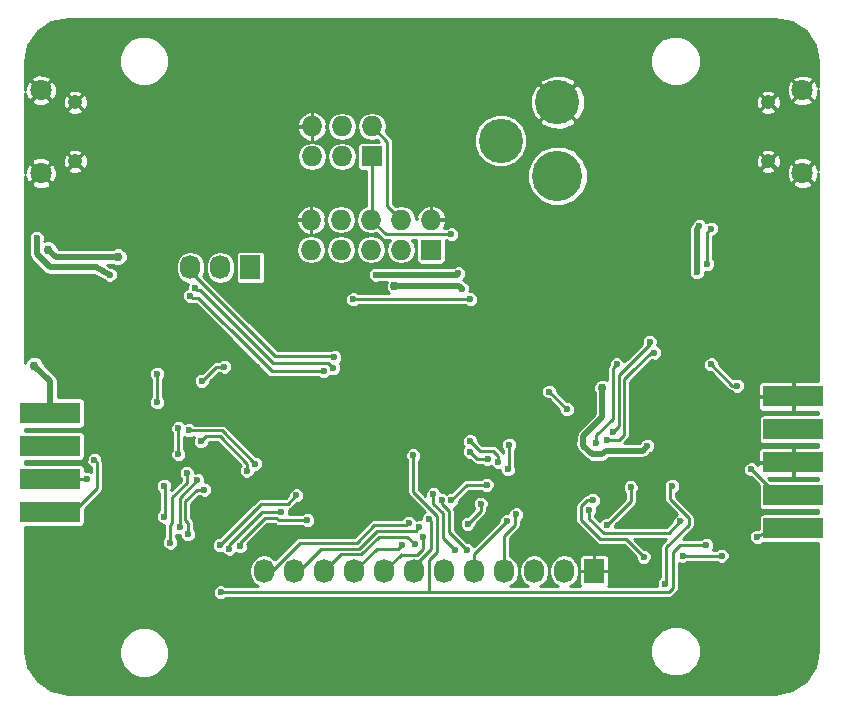
<source format=gbl>
G04 #@! TF.FileFunction,Copper,L2,Bot,Signal*
%FSLAX46Y46*%
G04 Gerber Fmt 4.6, Leading zero omitted, Abs format (unit mm)*
G04 Created by KiCad (PCBNEW (2015-07-11 BZR 5925, Git c291b88)-product) date 9/14/2015 2:45:29 PM*
%MOMM*%
G01*
G04 APERTURE LIST*
%ADD10C,0.100000*%
%ADD11R,5.080000X1.778000*%
%ADD12R,1.727200X1.727200*%
%ADD13O,1.727200X1.727200*%
%ADD14R,1.727200X2.032000*%
%ADD15O,1.727200X2.032000*%
%ADD16C,1.800000*%
%ADD17C,1.250000*%
%ADD18C,3.750000*%
%ADD19C,4.250000*%
%ADD20C,0.600000*%
%ADD21C,0.750000*%
%ADD22C,0.250000*%
%ADD23C,0.500000*%
%ADD24C,0.254000*%
G04 APERTURE END LIST*
D10*
D11*
X42540000Y-147191000D03*
X42540000Y-144397000D03*
X42540000Y-141603000D03*
X42540000Y-138809000D03*
D12*
X74800000Y-125000000D03*
D13*
X74800000Y-122460000D03*
X72260000Y-125000000D03*
X72260000Y-122460000D03*
X69720000Y-125000000D03*
X69720000Y-122460000D03*
X67180000Y-125000000D03*
X67180000Y-122460000D03*
X64640000Y-125000000D03*
X64640000Y-122460000D03*
D12*
X69800000Y-117100000D03*
D13*
X69800000Y-114560000D03*
X67260000Y-117100000D03*
X67260000Y-114560000D03*
X64720000Y-117100000D03*
X64720000Y-114560000D03*
D14*
X59500000Y-126500000D03*
D15*
X56960000Y-126500000D03*
X54420000Y-126500000D03*
D16*
X41762540Y-111499100D03*
D17*
X44662540Y-112499100D03*
X44662540Y-117499100D03*
D16*
X41762540Y-118499100D03*
X106237460Y-118500900D03*
D17*
X103337460Y-117500900D03*
X103337460Y-112500900D03*
D16*
X106237460Y-111500900D03*
D14*
X88600000Y-152200000D03*
D15*
X86060000Y-152200000D03*
X83520000Y-152200000D03*
X80980000Y-152200000D03*
X78440000Y-152200000D03*
X75900000Y-152200000D03*
X73360000Y-152200000D03*
X70820000Y-152200000D03*
X68280000Y-152200000D03*
X65740000Y-152200000D03*
X63200000Y-152200000D03*
X60660000Y-152200000D03*
D18*
X85500000Y-112500000D03*
D19*
X85500000Y-118740000D03*
D18*
X80700000Y-115750000D03*
D11*
X105460000Y-140206000D03*
X105460000Y-143000000D03*
X105460000Y-145794000D03*
X105460000Y-148588000D03*
X105460000Y-137412000D03*
D20*
X58250000Y-111250000D03*
X54250000Y-111250000D03*
X53000000Y-113000000D03*
X53000000Y-115000000D03*
X48250000Y-118500000D03*
X48250000Y-120250000D03*
X44600000Y-160500000D03*
X56700000Y-160600000D03*
X69500000Y-160700000D03*
X83600000Y-160700000D03*
X101400000Y-161500000D03*
X105600000Y-151300000D03*
X59700000Y-129100000D03*
X55200000Y-132100000D03*
X70100000Y-130900000D03*
X100900000Y-134300000D03*
X101600000Y-137500000D03*
X101600000Y-140900000D03*
X105900000Y-123300000D03*
X98900000Y-119200000D03*
X44900000Y-117800000D03*
X97900000Y-148500000D03*
X50500000Y-133600000D03*
X42600000Y-130000000D03*
X46000000Y-130100000D03*
X96200000Y-131000000D03*
X84500000Y-128000000D03*
X96300000Y-123200000D03*
X93600000Y-119400000D03*
X53000000Y-131800000D03*
X52800000Y-137400000D03*
X73400000Y-130700000D03*
X60100000Y-135100000D03*
X65300000Y-131900000D03*
X81000000Y-146000000D03*
X84300000Y-145300000D03*
X88000000Y-144400000D03*
X96300000Y-141900000D03*
X84100000Y-140500000D03*
X78600000Y-140500000D03*
X96800000Y-139100000D03*
X76300000Y-115600000D03*
X92600000Y-137800000D03*
X47100000Y-137400000D03*
X62400000Y-142800000D03*
X70300000Y-142100000D03*
X66200000Y-141900000D03*
X66100000Y-138800000D03*
X75200000Y-133700000D03*
X68900000Y-132700000D03*
X71500000Y-134800000D03*
X77500000Y-137100000D03*
X71900000Y-141900000D03*
X44900000Y-135100000D03*
X43600000Y-135100000D03*
X55300000Y-138700000D03*
X60600000Y-137700000D03*
X52000000Y-143600000D03*
X42400000Y-152200000D03*
X55900000Y-152500000D03*
X46600000Y-148500000D03*
D21*
X48300000Y-125600000D03*
X42400000Y-125000000D03*
X41200000Y-134800000D03*
D20*
X97300000Y-126900000D03*
X97500000Y-123000000D03*
X93100000Y-141600000D03*
D21*
X89300000Y-136700000D03*
X71700000Y-128100000D03*
D20*
X77400000Y-128300000D03*
X87700000Y-141400000D03*
X96100000Y-150900000D03*
X99400000Y-150900000D03*
X88200000Y-147000000D03*
X95900000Y-148000000D03*
X88500000Y-146200000D03*
X92800000Y-151000000D03*
X102400000Y-149300000D03*
X45700000Y-144400000D03*
X51600000Y-137900000D03*
X51600000Y-135500000D03*
X55400000Y-136100000D03*
X57300000Y-134900000D03*
X98500000Y-134700000D03*
X100700000Y-136500000D03*
X101900000Y-143600000D03*
X46300000Y-142800000D03*
X98100000Y-150000000D03*
X76500000Y-123700000D03*
X73300000Y-142400000D03*
X57000000Y-154000000D03*
X41400000Y-124000000D03*
X47600000Y-127100000D03*
X78100000Y-142100000D03*
X79600000Y-142700000D03*
X78100000Y-141200000D03*
X80500000Y-143000000D03*
X98500000Y-123200000D03*
X98200000Y-126200000D03*
X70100000Y-127100000D03*
X77100000Y-127000000D03*
X66600000Y-134100000D03*
X54800000Y-128200000D03*
X66500000Y-135000000D03*
X65700000Y-135300000D03*
X54400000Y-128900000D03*
X74600000Y-147800000D03*
X89700000Y-148300000D03*
X91700000Y-145100000D03*
X79000000Y-146500000D03*
X77900000Y-148200000D03*
X72300000Y-150000000D03*
X73400000Y-149900000D03*
X90500000Y-134700000D03*
X76500000Y-146200000D03*
X88800000Y-141400000D03*
X79500000Y-144900000D03*
X81300000Y-143600000D03*
X81400000Y-141500000D03*
X74100000Y-149300000D03*
X72900000Y-148100000D03*
X52200000Y-147600000D03*
X52200000Y-145000000D03*
X53400000Y-142300000D03*
X53400000Y-140100000D03*
X73800000Y-148500000D03*
X54100000Y-143900000D03*
X52700000Y-149800000D03*
X75000000Y-145700000D03*
X76800000Y-150400000D03*
X77800000Y-150400000D03*
X75700000Y-146200000D03*
X89700000Y-141100000D03*
X93700000Y-133700000D03*
X82000000Y-147400000D03*
X93300000Y-132800000D03*
X90200000Y-140400000D03*
X81200000Y-148000000D03*
X68200000Y-129200000D03*
X78100000Y-129200000D03*
X86300000Y-138500000D03*
X84800000Y-137000000D03*
X54300000Y-140300000D03*
X59900000Y-143100000D03*
X55300000Y-141200000D03*
X59200000Y-143700000D03*
X94600000Y-153300000D03*
X95200000Y-145000000D03*
X56900000Y-150000000D03*
X63400000Y-145800000D03*
X57700000Y-150300000D03*
X62100000Y-147200000D03*
X58600000Y-150100000D03*
X64300000Y-147900000D03*
X53500000Y-148500000D03*
X55000000Y-144500000D03*
X54200000Y-149100000D03*
X55600000Y-145300000D03*
D22*
X54250000Y-111250000D02*
X58250000Y-111250000D01*
X53000000Y-115000000D02*
X53000000Y-113000000D01*
X48250000Y-120250000D02*
X48250000Y-118500000D01*
X44600000Y-160500000D02*
X45800000Y-161700000D01*
X55600000Y-161700000D02*
X56700000Y-160600000D01*
X45800000Y-161700000D02*
X55600000Y-161700000D01*
X69500000Y-160700000D02*
X83600000Y-160700000D01*
X101400000Y-161500000D02*
X105600000Y-157300000D01*
X105600000Y-157300000D02*
X105600000Y-151300000D01*
X53000000Y-131800000D02*
X54900000Y-131800000D01*
X59700000Y-129100000D02*
X60100000Y-129100000D01*
X54900000Y-131800000D02*
X55200000Y-132100000D01*
X70100000Y-130900000D02*
X69600000Y-130900000D01*
X105460000Y-143000000D02*
X102400000Y-143000000D01*
X101600000Y-142200000D02*
X101600000Y-141600000D01*
X102400000Y-143000000D02*
X101600000Y-142200000D01*
X101600000Y-141200000D02*
X101600000Y-140900000D01*
X101800000Y-135200000D02*
X100900000Y-134300000D01*
X101800000Y-137300000D02*
X101800000Y-135200000D01*
X101600000Y-137500000D02*
X101800000Y-137300000D01*
X101600000Y-141600000D02*
X101600000Y-141200000D01*
X105900000Y-123300000D02*
X105900000Y-121900000D01*
X99000000Y-119300000D02*
X99400000Y-119300000D01*
X98900000Y-119200000D02*
X99000000Y-119300000D01*
X97900000Y-148500000D02*
X97900000Y-148300000D01*
X47100000Y-137400000D02*
X48200000Y-136900000D01*
X50500000Y-134600000D02*
X50500000Y-133600000D01*
X48200000Y-136900000D02*
X50500000Y-134600000D01*
X44900000Y-135100000D02*
X44900000Y-132300000D01*
X42600000Y-130000000D02*
X42600000Y-129300000D01*
X44900000Y-132300000D02*
X46000000Y-130100000D01*
X96200000Y-131000000D02*
X96800000Y-131000000D01*
X84400000Y-127900000D02*
X83500000Y-127900000D01*
X84500000Y-128000000D02*
X84400000Y-127900000D01*
X96200000Y-123300000D02*
X95800000Y-123300000D01*
X96300000Y-123200000D02*
X96200000Y-123300000D01*
X93600000Y-119400000D02*
X94000000Y-119400000D01*
X53000000Y-131800000D02*
X52800000Y-132000000D01*
X52800000Y-132000000D02*
X52800000Y-137400000D01*
X75200000Y-133700000D02*
X75200000Y-132500000D01*
X75200000Y-132500000D02*
X73400000Y-130700000D01*
X60131801Y-135068199D02*
X60131801Y-134768199D01*
X60100000Y-135100000D02*
X60131801Y-135068199D01*
X66100000Y-138800000D02*
X68900000Y-136000000D01*
X68900000Y-136000000D02*
X68900000Y-132700000D01*
X84300000Y-145300000D02*
X81700000Y-145300000D01*
X81700000Y-145300000D02*
X81000000Y-146000000D01*
X88000000Y-144400000D02*
X85400000Y-144400000D01*
X84500000Y-145300000D02*
X84300000Y-145300000D01*
X85400000Y-144400000D02*
X84500000Y-145300000D01*
X86800000Y-141800000D02*
X86800000Y-143200000D01*
X84100000Y-140500000D02*
X85400000Y-141800000D01*
X86800000Y-141800000D02*
X85400000Y-141800000D01*
X86800000Y-143200000D02*
X88000000Y-144400000D01*
X96300000Y-141900000D02*
X96100000Y-141900000D01*
X84100000Y-140500000D02*
X83600000Y-140500000D01*
X78700000Y-140400000D02*
X78700000Y-140300000D01*
X78600000Y-140500000D02*
X78700000Y-140400000D01*
X92600000Y-137800000D02*
X95500000Y-137800000D01*
X95500000Y-137800000D02*
X96800000Y-139100000D01*
X76200000Y-115700000D02*
X75900000Y-115700000D01*
X76300000Y-115600000D02*
X76200000Y-115700000D01*
X92600000Y-137800000D02*
X92300000Y-137800000D01*
X44900000Y-135100000D02*
X46000000Y-135100000D01*
X46000000Y-135100000D02*
X47100000Y-137400000D01*
X66200000Y-141900000D02*
X63300000Y-141900000D01*
X63300000Y-141900000D02*
X62400000Y-142800000D01*
X70300000Y-142100000D02*
X70100000Y-142300000D01*
X66100000Y-138800000D02*
X66100000Y-141800000D01*
X66100000Y-141800000D02*
X66200000Y-141900000D01*
X65900000Y-138600000D02*
X65800000Y-138600000D01*
X66100000Y-138800000D02*
X65900000Y-138600000D01*
X75200000Y-133700000D02*
X75700000Y-133700000D01*
X69400000Y-132700000D02*
X68900000Y-132700000D01*
X71500000Y-134800000D02*
X69400000Y-132700000D01*
X76700000Y-137100000D02*
X77500000Y-137100000D01*
X71900000Y-141900000D02*
X76700000Y-137100000D01*
X43600000Y-135100000D02*
X44900000Y-135100000D01*
X55300000Y-138700000D02*
X55300000Y-139100000D01*
X60600000Y-137700000D02*
X61000000Y-137700000D01*
X52000000Y-143600000D02*
X51500000Y-143600000D01*
X51500000Y-143600000D02*
X46600000Y-148500000D01*
X52100000Y-143700000D02*
X52100000Y-143900000D01*
X52000000Y-143600000D02*
X52100000Y-143700000D01*
X46600000Y-148500000D02*
X46100000Y-148500000D01*
X46100000Y-148500000D02*
X42400000Y-152200000D01*
X55900000Y-152500000D02*
X55900000Y-152100000D01*
D23*
X43000000Y-125600000D02*
X42400000Y-125000000D01*
X48300000Y-125600000D02*
X43000000Y-125600000D01*
X42540000Y-138809000D02*
X42540000Y-136140000D01*
X42540000Y-136140000D02*
X41200000Y-134800000D01*
X42300000Y-138569000D02*
X42540000Y-138809000D01*
X97300000Y-123200000D02*
X97500000Y-123000000D01*
X97300000Y-126900000D02*
X97300000Y-123200000D01*
X87700000Y-141400000D02*
X87700000Y-141600000D01*
X87700000Y-141600000D02*
X88400000Y-142300000D01*
X88400000Y-142300000D02*
X89300000Y-142300000D01*
X89300000Y-142300000D02*
X89600000Y-142000000D01*
X89600000Y-142000000D02*
X92700000Y-142000000D01*
X92700000Y-142000000D02*
X93100000Y-141600000D01*
X87700000Y-140800000D02*
X87700000Y-141400000D01*
X89300000Y-139200000D02*
X87700000Y-140800000D01*
X89300000Y-136700000D02*
X89300000Y-139200000D01*
X77400000Y-128300000D02*
X77200000Y-128100000D01*
X77200000Y-128100000D02*
X71700000Y-128100000D01*
D22*
X72260000Y-122460000D02*
X71100000Y-121300000D01*
X71100000Y-115860000D02*
X69800000Y-114560000D01*
X71100000Y-121300000D02*
X71100000Y-115860000D01*
X96100000Y-150900000D02*
X99400000Y-150900000D01*
X88200000Y-147800000D02*
X88200000Y-147000000D01*
X89400000Y-149000000D02*
X88200000Y-147800000D01*
X94900000Y-149000000D02*
X89400000Y-149000000D01*
X95900000Y-148000000D02*
X96000000Y-147900000D01*
X95900000Y-148000000D02*
X94900000Y-149000000D01*
X90700000Y-149500000D02*
X91300000Y-149500000D01*
X88500000Y-146200000D02*
X88000000Y-146200000D01*
X88000000Y-146200000D02*
X87500000Y-146700000D01*
X87500000Y-146700000D02*
X87500000Y-147900000D01*
X87500000Y-147900000D02*
X89100000Y-149500000D01*
X89100000Y-149500000D02*
X90700000Y-149500000D01*
X91300000Y-149500000D02*
X92800000Y-151000000D01*
X105460000Y-148588000D02*
X103612000Y-148588000D01*
X103612000Y-148588000D02*
X102400000Y-149300000D01*
X42540000Y-144397000D02*
X45697000Y-144397000D01*
X45697000Y-144397000D02*
X45700000Y-144400000D01*
X51600000Y-137900000D02*
X51600000Y-135500000D01*
X42540000Y-144397000D02*
X42543000Y-144400000D01*
X55400000Y-136100000D02*
X56600000Y-134900000D01*
X56600000Y-134900000D02*
X57300000Y-134900000D01*
X100300000Y-136500000D02*
X100700000Y-136500000D01*
X98500000Y-134700000D02*
X100300000Y-136500000D01*
X105460000Y-145794000D02*
X104094000Y-145794000D01*
X104094000Y-145794000D02*
X101900000Y-143600000D01*
X105460000Y-145794000D02*
X104194000Y-145794000D01*
X105460000Y-145794000D02*
X104294000Y-145794000D01*
X46500000Y-145200000D02*
X46500000Y-143000000D01*
X46500000Y-143000000D02*
X46300000Y-142800000D01*
X44509000Y-147191000D02*
X46500000Y-145200000D01*
X42540000Y-147191000D02*
X44509000Y-147191000D01*
X42540000Y-147191000D02*
X44009000Y-147191000D01*
X95900000Y-150000000D02*
X95300000Y-150600000D01*
X94900000Y-154000000D02*
X94000000Y-154000000D01*
X95300000Y-153600000D02*
X94900000Y-154000000D01*
X95300000Y-150600000D02*
X95300000Y-153600000D01*
X98100000Y-150000000D02*
X95900000Y-150000000D01*
X90700000Y-154000000D02*
X94000000Y-154000000D01*
X90000000Y-154000000D02*
X74600000Y-154000000D01*
X90000000Y-154000000D02*
X90700000Y-154000000D01*
X69720000Y-122460000D02*
X69800000Y-122380000D01*
X69800000Y-122380000D02*
X69800000Y-117100000D01*
X70960000Y-123700000D02*
X69720000Y-122460000D01*
X76500000Y-123700000D02*
X70960000Y-123700000D01*
X74600000Y-154000000D02*
X74600000Y-151300000D01*
X73300000Y-145500000D02*
X73300000Y-142400000D01*
X75300000Y-147500000D02*
X73300000Y-145500000D01*
X75300000Y-150600000D02*
X75300000Y-147500000D01*
X74600000Y-151300000D02*
X75300000Y-150600000D01*
X74600000Y-154000000D02*
X74700000Y-154000000D01*
X74700000Y-154000000D02*
X74500000Y-154000000D01*
X74500000Y-154000000D02*
X57000000Y-154000000D01*
D23*
X41400000Y-125400000D02*
X41400000Y-124000000D01*
X42500000Y-126500000D02*
X41400000Y-125400000D01*
X46400000Y-126500000D02*
X42500000Y-126500000D01*
X47600000Y-127100000D02*
X46400000Y-126500000D01*
D22*
X78100000Y-142100000D02*
X78700000Y-142700000D01*
X78700000Y-142700000D02*
X79600000Y-142700000D01*
X78100000Y-141200000D02*
X78900000Y-142000000D01*
X78900000Y-142000000D02*
X80000000Y-142000000D01*
X80000000Y-142000000D02*
X80500000Y-142500000D01*
X80500000Y-142500000D02*
X80500000Y-143000000D01*
X98200000Y-123500000D02*
X98500000Y-123200000D01*
X98200000Y-126200000D02*
X98200000Y-123500000D01*
D23*
X77100000Y-127000000D02*
X77000000Y-127100000D01*
X77000000Y-127100000D02*
X70100000Y-127100000D01*
D22*
X58700000Y-131100000D02*
X54420000Y-126820000D01*
X54420000Y-126820000D02*
X54420000Y-126500000D01*
X58700000Y-131100000D02*
X61600000Y-134000000D01*
X61600000Y-134000000D02*
X66500000Y-134000000D01*
X66500000Y-134000000D02*
X66600000Y-134100000D01*
X55200000Y-128400000D02*
X55000000Y-128400000D01*
X55000000Y-128400000D02*
X54800000Y-128200000D01*
X58000000Y-131200000D02*
X55200000Y-128400000D01*
X61400000Y-134600000D02*
X58000000Y-131200000D01*
X64400000Y-134600000D02*
X61400000Y-134600000D01*
X64500000Y-134600000D02*
X64400000Y-134600000D01*
X66500000Y-135000000D02*
X66100000Y-134600000D01*
X66100000Y-134600000D02*
X64500000Y-134600000D01*
X54600000Y-129100000D02*
X55100000Y-129100000D01*
X65700000Y-135300000D02*
X64000000Y-135300000D01*
X61300000Y-135300000D02*
X64000000Y-135300000D01*
X57900000Y-131900000D02*
X57100000Y-131100000D01*
X57900000Y-131900000D02*
X61300000Y-135300000D01*
X57100000Y-131100000D02*
X55100000Y-129100000D01*
X54400000Y-128900000D02*
X54600000Y-129100000D01*
X74600000Y-147800000D02*
X74800000Y-148000000D01*
X74800000Y-148000000D02*
X74800000Y-150300000D01*
X73360000Y-151740000D02*
X74800000Y-150300000D01*
X73360000Y-152200000D02*
X73360000Y-151740000D01*
X89700000Y-148300000D02*
X91700000Y-146300000D01*
X91700000Y-146300000D02*
X91700000Y-145100000D01*
X79000000Y-147100000D02*
X79000000Y-146500000D01*
X77900000Y-148200000D02*
X79000000Y-147100000D01*
X68280000Y-152200000D02*
X70180000Y-150300000D01*
X70180000Y-150300000D02*
X72000000Y-150300000D01*
X72000000Y-150300000D02*
X72300000Y-150000000D01*
X65740000Y-152200000D02*
X67140000Y-150800000D01*
X72800000Y-149300000D02*
X73400000Y-149900000D01*
X70400000Y-149300000D02*
X72800000Y-149300000D01*
X68900000Y-150800000D02*
X70400000Y-149300000D01*
X67140000Y-150800000D02*
X68900000Y-150800000D01*
X90200000Y-136500000D02*
X90200000Y-135000000D01*
X90200000Y-135000000D02*
X90500000Y-134700000D01*
X77800000Y-144900000D02*
X79500000Y-144900000D01*
X76500000Y-146200000D02*
X77800000Y-144900000D01*
X90200000Y-136500000D02*
X90200000Y-139300000D01*
X88800000Y-141400000D02*
X88800000Y-140700000D01*
X88800000Y-140700000D02*
X90200000Y-139300000D01*
X72210000Y-150810000D02*
X73590000Y-150810000D01*
X81300000Y-143600000D02*
X81400000Y-143500000D01*
X81400000Y-143500000D02*
X81400000Y-141500000D01*
X74100000Y-150300000D02*
X74100000Y-149300000D01*
X73590000Y-150810000D02*
X74100000Y-150300000D01*
X70820000Y-152200000D02*
X72210000Y-150810000D01*
X72210000Y-150810000D02*
X72220000Y-150800000D01*
X60660000Y-152200000D02*
X61300000Y-152200000D01*
X61300000Y-152200000D02*
X63700000Y-149800000D01*
X72700000Y-148300000D02*
X72900000Y-148100000D01*
X70000000Y-148300000D02*
X72700000Y-148300000D01*
X68500000Y-149800000D02*
X70000000Y-148300000D01*
X63700000Y-149800000D02*
X68500000Y-149800000D01*
X52200000Y-147600000D02*
X52300000Y-147500000D01*
X52300000Y-147500000D02*
X52300000Y-145100000D01*
X52300000Y-145100000D02*
X52200000Y-145000000D01*
X53400000Y-142300000D02*
X53400000Y-140100000D01*
X72700000Y-148800000D02*
X73500000Y-148800000D01*
X73500000Y-148800000D02*
X73800000Y-148500000D01*
X63200000Y-152200000D02*
X63600000Y-152200000D01*
X63600000Y-152200000D02*
X65500000Y-150300000D01*
X73500000Y-148800000D02*
X73900000Y-148400000D01*
X70200000Y-148800000D02*
X72700000Y-148800000D01*
X68700000Y-150300000D02*
X70200000Y-148800000D01*
X65500000Y-150300000D02*
X68700000Y-150300000D01*
X54100000Y-143900000D02*
X54100000Y-144763602D01*
X52900000Y-145963602D02*
X52900000Y-146000000D01*
X54100000Y-144763602D02*
X52900000Y-145963602D01*
X52700000Y-148300000D02*
X52700000Y-149800000D01*
X52900000Y-148100000D02*
X52700000Y-148300000D01*
X52900000Y-146000000D02*
X52900000Y-148100000D01*
X75000000Y-146500000D02*
X75000000Y-145700000D01*
X75800000Y-147300000D02*
X75000000Y-146500000D01*
X75800000Y-149400000D02*
X75800000Y-147300000D01*
X76800000Y-150400000D02*
X75800000Y-149400000D01*
X76300000Y-148900000D02*
X77800000Y-150400000D01*
X76300000Y-147100000D02*
X76300000Y-148900000D01*
X75700000Y-146500000D02*
X76300000Y-147100000D01*
X75700000Y-146200000D02*
X75700000Y-146500000D01*
X90700000Y-141100000D02*
X89700000Y-141100000D01*
X91100000Y-140700000D02*
X90700000Y-141100000D01*
X91800000Y-135300000D02*
X91150002Y-135949998D01*
X91150002Y-135949998D02*
X91150002Y-140649998D01*
X91150002Y-140649998D02*
X91100000Y-140700000D01*
X93400000Y-133700000D02*
X91800000Y-135300000D01*
X93700000Y-133700000D02*
X93400000Y-133700000D01*
X80980000Y-149220000D02*
X80980000Y-152200000D01*
X81900000Y-148300000D02*
X80980000Y-149220000D01*
X81900000Y-147500000D02*
X81900000Y-148300000D01*
X82000000Y-147400000D02*
X81900000Y-147500000D01*
X91700000Y-134600000D02*
X93300000Y-133000000D01*
X91700000Y-134600000D02*
X90700000Y-135600000D01*
X90700000Y-135600000D02*
X90700000Y-138700000D01*
X90200000Y-140400000D02*
X90700000Y-139900000D01*
X90700000Y-138700000D02*
X90700000Y-139900000D01*
X93300000Y-133000000D02*
X93300000Y-132800000D01*
X90200000Y-140400000D02*
X90600000Y-140000000D01*
X78440000Y-150760000D02*
X78440000Y-152200000D01*
X81200000Y-148000000D02*
X78440000Y-150760000D01*
X74600000Y-129200000D02*
X68200000Y-129200000D01*
X78100000Y-129200000D02*
X74600000Y-129200000D01*
X86300000Y-138500000D02*
X84800000Y-137000000D01*
X57100000Y-140300000D02*
X54300000Y-140300000D01*
X59900000Y-143100000D02*
X57100000Y-140300000D01*
X55300000Y-141200000D02*
X55700000Y-140800000D01*
X59200000Y-143100000D02*
X59200000Y-143700000D01*
X56900000Y-140800000D02*
X59200000Y-143100000D01*
X55700000Y-140800000D02*
X56900000Y-140800000D01*
X94700000Y-153200000D02*
X94700000Y-150200000D01*
X94600000Y-153300000D02*
X94700000Y-153200000D01*
X95000000Y-145700000D02*
X95000000Y-146100000D01*
X95000000Y-145700000D02*
X95000000Y-145200000D01*
X95200000Y-145000000D02*
X95000000Y-145200000D01*
X95000000Y-146100000D02*
X96600000Y-147700000D01*
X96600000Y-147700000D02*
X96600000Y-148300000D01*
X96600000Y-148300000D02*
X94700000Y-150200000D01*
X56900000Y-150000000D02*
X60400000Y-146500000D01*
X60400000Y-146500000D02*
X62700000Y-146500000D01*
X62700000Y-146500000D02*
X63400000Y-145800000D01*
X57700000Y-150300000D02*
X57700000Y-150000000D01*
X57700000Y-150000000D02*
X60500000Y-147200000D01*
X60500000Y-147200000D02*
X62100000Y-147200000D01*
X58600000Y-150100000D02*
X58600000Y-149800000D01*
X61700000Y-147700000D02*
X61900000Y-147900000D01*
X60700000Y-147700000D02*
X61700000Y-147700000D01*
X58600000Y-149800000D02*
X60700000Y-147700000D01*
X61900000Y-147900000D02*
X64300000Y-147900000D01*
X53500000Y-146000000D02*
X53500000Y-148500000D01*
X55000000Y-144500000D02*
X53500000Y-146000000D01*
X55600000Y-145300000D02*
X55000000Y-145300000D01*
X54000000Y-147900000D02*
X54200000Y-148100000D01*
X54000000Y-146300000D02*
X54000000Y-147900000D01*
X55000000Y-145300000D02*
X54000000Y-146300000D01*
X54200000Y-148100000D02*
X54200000Y-149100000D01*
D24*
G36*
X105364126Y-105706707D02*
X106520577Y-106479423D01*
X107293293Y-107635874D01*
X107573000Y-109042055D01*
X107573000Y-111250190D01*
X107383699Y-110766818D01*
X107354310Y-110722834D01*
X107141929Y-110634614D01*
X106275644Y-111500900D01*
X107141929Y-112367186D01*
X107354310Y-112278966D01*
X107567048Y-111792339D01*
X107573000Y-111486091D01*
X107573000Y-118250190D01*
X107383699Y-117766818D01*
X107354310Y-117722834D01*
X107141929Y-117634614D01*
X106275644Y-118500900D01*
X107141929Y-119367186D01*
X107354310Y-119278966D01*
X107567048Y-118792339D01*
X107573000Y-118486091D01*
X107573000Y-136088000D01*
X105595750Y-136088000D01*
X105487000Y-136196750D01*
X105487000Y-137385000D01*
X105507000Y-137385000D01*
X105507000Y-137439000D01*
X105487000Y-137439000D01*
X105487000Y-138627250D01*
X105595750Y-138736000D01*
X107573000Y-138736000D01*
X107573000Y-138932614D01*
X102920000Y-138932614D01*
X102776251Y-138960505D01*
X102649909Y-139043498D01*
X102565337Y-139168788D01*
X102535614Y-139317000D01*
X102535614Y-141095000D01*
X102563505Y-141238749D01*
X102646498Y-141365091D01*
X102771788Y-141449663D01*
X102920000Y-141479386D01*
X107573000Y-141479386D01*
X107573000Y-141676000D01*
X105595750Y-141676000D01*
X105487000Y-141784750D01*
X105487000Y-142973000D01*
X105507000Y-142973000D01*
X105507000Y-143027000D01*
X105487000Y-143027000D01*
X105487000Y-144215250D01*
X105595750Y-144324000D01*
X107573000Y-144324000D01*
X107573000Y-144520614D01*
X103530549Y-144520614D01*
X103333936Y-144324000D01*
X105324250Y-144324000D01*
X105433000Y-144215250D01*
X105433000Y-143027000D01*
X102593750Y-143027000D01*
X102485000Y-143135750D01*
X102485000Y-143242987D01*
X102474267Y-143217011D01*
X102283990Y-143026402D01*
X102035254Y-142923118D01*
X101765927Y-142922883D01*
X101517011Y-143025733D01*
X101326402Y-143216010D01*
X101223118Y-143464746D01*
X101222883Y-143734073D01*
X101325733Y-143982989D01*
X101516010Y-144173598D01*
X101764746Y-144276882D01*
X101867035Y-144276971D01*
X102535614Y-144945550D01*
X102535614Y-146683000D01*
X102563505Y-146826749D01*
X102646498Y-146953091D01*
X102771788Y-147037663D01*
X102920000Y-147067386D01*
X107573000Y-147067386D01*
X107573000Y-147314614D01*
X102920000Y-147314614D01*
X102776251Y-147342505D01*
X102649909Y-147425498D01*
X102565337Y-147550788D01*
X102535614Y-147699000D01*
X102535614Y-148623267D01*
X102535254Y-148623118D01*
X102265927Y-148622883D01*
X102017011Y-148725733D01*
X101826402Y-148916010D01*
X101723118Y-149164746D01*
X101722883Y-149434073D01*
X101825733Y-149682989D01*
X102016010Y-149873598D01*
X102264746Y-149976882D01*
X102534073Y-149977117D01*
X102782989Y-149874267D01*
X102816654Y-149840661D01*
X102920000Y-149861386D01*
X107573000Y-149861386D01*
X107573000Y-158957945D01*
X107293293Y-160364126D01*
X106520577Y-161520577D01*
X105364126Y-162293293D01*
X103957945Y-162573000D01*
X44042055Y-162573000D01*
X42635874Y-162293293D01*
X41479423Y-161520577D01*
X40706707Y-160364126D01*
X40539045Y-159521230D01*
X48372632Y-159521230D01*
X48695766Y-160303274D01*
X49293578Y-160902131D01*
X50075057Y-161226630D01*
X50921230Y-161227368D01*
X51703274Y-160904234D01*
X52302131Y-160306422D01*
X52626630Y-159524943D01*
X52626720Y-159421230D01*
X93372632Y-159421230D01*
X93695766Y-160203274D01*
X94293578Y-160802131D01*
X95075057Y-161126630D01*
X95921230Y-161127368D01*
X96703274Y-160804234D01*
X97302131Y-160206422D01*
X97626630Y-159424943D01*
X97627368Y-158578770D01*
X97304234Y-157796726D01*
X96706422Y-157197869D01*
X95924943Y-156873370D01*
X95078770Y-156872632D01*
X94296726Y-157195766D01*
X93697869Y-157793578D01*
X93373370Y-158575057D01*
X93372632Y-159421230D01*
X52626720Y-159421230D01*
X52627368Y-158678770D01*
X52304234Y-157896726D01*
X51706422Y-157297869D01*
X50924943Y-156973370D01*
X50078770Y-156972632D01*
X49296726Y-157295766D01*
X48697869Y-157893578D01*
X48373370Y-158675057D01*
X48372632Y-159521230D01*
X40539045Y-159521230D01*
X40427000Y-158957945D01*
X40427000Y-154134073D01*
X56322883Y-154134073D01*
X56425733Y-154382989D01*
X56616010Y-154573598D01*
X56864746Y-154676882D01*
X57134073Y-154677117D01*
X57382989Y-154574267D01*
X57455382Y-154502000D01*
X94899995Y-154502000D01*
X94900000Y-154502001D01*
X95092107Y-154463788D01*
X95254968Y-154354968D01*
X95654965Y-153954970D01*
X95654968Y-153954968D01*
X95720200Y-153857340D01*
X95763788Y-153792108D01*
X95802000Y-153600000D01*
X95802000Y-151509304D01*
X95964746Y-151576882D01*
X96234073Y-151577117D01*
X96482989Y-151474267D01*
X96555382Y-151402000D01*
X98944537Y-151402000D01*
X99016010Y-151473598D01*
X99264746Y-151576882D01*
X99534073Y-151577117D01*
X99782989Y-151474267D01*
X99973598Y-151283990D01*
X100076882Y-151035254D01*
X100077117Y-150765927D01*
X99974267Y-150517011D01*
X99783990Y-150326402D01*
X99535254Y-150223118D01*
X99265927Y-150222883D01*
X99017011Y-150325733D01*
X98944618Y-150398000D01*
X98659564Y-150398000D01*
X98673598Y-150383990D01*
X98776882Y-150135254D01*
X98777117Y-149865927D01*
X98674267Y-149617011D01*
X98483990Y-149426402D01*
X98235254Y-149323118D01*
X97965927Y-149322883D01*
X97717011Y-149425733D01*
X97644618Y-149498000D01*
X96111935Y-149498000D01*
X96954965Y-148654970D01*
X96954968Y-148654968D01*
X97063788Y-148492107D01*
X97069421Y-148463788D01*
X97102001Y-148300000D01*
X97102000Y-148299995D01*
X97102000Y-147700005D01*
X97102001Y-147700000D01*
X97063788Y-147507893D01*
X97028425Y-147454968D01*
X96954968Y-147345032D01*
X96954965Y-147345030D01*
X95502000Y-145892064D01*
X95502000Y-145607731D01*
X95582989Y-145574267D01*
X95773598Y-145383990D01*
X95876882Y-145135254D01*
X95877117Y-144865927D01*
X95774267Y-144617011D01*
X95583990Y-144426402D01*
X95335254Y-144323118D01*
X95065927Y-144322883D01*
X94817011Y-144425733D01*
X94626402Y-144616010D01*
X94523118Y-144864746D01*
X94522935Y-145074641D01*
X94497999Y-145200000D01*
X94498000Y-145200005D01*
X94498000Y-146099995D01*
X94497999Y-146100000D01*
X94536212Y-146292107D01*
X94645032Y-146454968D01*
X95586914Y-147396850D01*
X95517011Y-147425733D01*
X95326402Y-147616010D01*
X95223118Y-147864746D01*
X95223029Y-147967036D01*
X94692064Y-148498000D01*
X90350828Y-148498000D01*
X90376882Y-148435254D01*
X90376971Y-148332965D01*
X92054968Y-146654968D01*
X92163788Y-146492108D01*
X92202000Y-146300000D01*
X92202000Y-145555463D01*
X92273598Y-145483990D01*
X92376882Y-145235254D01*
X92377117Y-144965927D01*
X92274267Y-144717011D01*
X92083990Y-144526402D01*
X91835254Y-144423118D01*
X91565927Y-144422883D01*
X91317011Y-144525733D01*
X91126402Y-144716010D01*
X91023118Y-144964746D01*
X91022883Y-145234073D01*
X91125733Y-145482989D01*
X91198000Y-145555382D01*
X91198000Y-146092064D01*
X89667093Y-147622971D01*
X89565927Y-147622883D01*
X89317011Y-147725733D01*
X89126402Y-147916010D01*
X89096928Y-147986992D01*
X88702000Y-147592064D01*
X88702000Y-147455463D01*
X88773598Y-147383990D01*
X88876882Y-147135254D01*
X88877117Y-146865927D01*
X88845623Y-146789706D01*
X88882989Y-146774267D01*
X89073598Y-146583990D01*
X89176882Y-146335254D01*
X89177117Y-146065927D01*
X89074267Y-145817011D01*
X88883990Y-145626402D01*
X88635254Y-145523118D01*
X88365927Y-145522883D01*
X88117011Y-145625733D01*
X88044618Y-145698000D01*
X88000005Y-145698000D01*
X88000000Y-145697999D01*
X87807893Y-145736212D01*
X87645032Y-145845032D01*
X87645030Y-145845035D01*
X87145032Y-146345032D01*
X87036212Y-146507893D01*
X86997999Y-146700000D01*
X86998000Y-146700005D01*
X86998000Y-147899995D01*
X86997999Y-147900000D01*
X87036212Y-148092107D01*
X87145032Y-148254968D01*
X88745030Y-149854965D01*
X88745032Y-149854968D01*
X88865189Y-149935254D01*
X88907893Y-149963788D01*
X89100000Y-150002001D01*
X89100005Y-150002000D01*
X91092064Y-150002000D01*
X92122971Y-151032906D01*
X92122883Y-151134073D01*
X92225733Y-151382989D01*
X92416010Y-151573598D01*
X92664746Y-151676882D01*
X92934073Y-151677117D01*
X93182989Y-151574267D01*
X93373598Y-151383990D01*
X93476882Y-151135254D01*
X93477117Y-150865927D01*
X93374267Y-150617011D01*
X93183990Y-150426402D01*
X92935254Y-150323118D01*
X92832964Y-150323029D01*
X92011936Y-149502000D01*
X94688064Y-149502000D01*
X94345032Y-149845032D01*
X94236212Y-150007893D01*
X94197999Y-150200000D01*
X94198000Y-150200005D01*
X94198000Y-152744711D01*
X94026402Y-152916010D01*
X93923118Y-153164746D01*
X93922883Y-153434073D01*
X93949297Y-153498000D01*
X89796783Y-153498000D01*
X89832375Y-153462408D01*
X89898600Y-153302527D01*
X89898600Y-152335750D01*
X89789850Y-152227000D01*
X88627000Y-152227000D01*
X88627000Y-152247000D01*
X88573000Y-152247000D01*
X88573000Y-152227000D01*
X87410150Y-152227000D01*
X87301400Y-152335750D01*
X87301400Y-153302527D01*
X87367625Y-153462408D01*
X87403217Y-153498000D01*
X86576445Y-153498000D01*
X86937237Y-153256927D01*
X87206165Y-152854447D01*
X87300600Y-152379690D01*
X87300600Y-152020310D01*
X87206165Y-151545553D01*
X86937237Y-151143073D01*
X86868992Y-151097473D01*
X87301400Y-151097473D01*
X87301400Y-152064250D01*
X87410150Y-152173000D01*
X88573000Y-152173000D01*
X88573000Y-150857750D01*
X88627000Y-150857750D01*
X88627000Y-152173000D01*
X89789850Y-152173000D01*
X89898600Y-152064250D01*
X89898600Y-151097473D01*
X89832375Y-150937592D01*
X89710008Y-150815225D01*
X89550127Y-150749000D01*
X88735750Y-150749000D01*
X88627000Y-150857750D01*
X88573000Y-150857750D01*
X88573000Y-150857750D01*
X88464250Y-150749000D01*
X87649873Y-150749000D01*
X87489992Y-150815225D01*
X87367625Y-150937592D01*
X87301400Y-151097473D01*
X86868992Y-151097473D01*
X86534757Y-150874145D01*
X86060000Y-150779710D01*
X85585243Y-150874145D01*
X85182763Y-151143073D01*
X84913835Y-151545553D01*
X84819400Y-152020310D01*
X84819400Y-152379690D01*
X84913835Y-152854447D01*
X85182763Y-153256927D01*
X85543555Y-153498000D01*
X84036445Y-153498000D01*
X84397237Y-153256927D01*
X84666165Y-152854447D01*
X84760600Y-152379690D01*
X84760600Y-152020310D01*
X84666165Y-151545553D01*
X84397237Y-151143073D01*
X83994757Y-150874145D01*
X83520000Y-150779710D01*
X83045243Y-150874145D01*
X82642763Y-151143073D01*
X82373835Y-151545553D01*
X82279400Y-152020310D01*
X82279400Y-152379690D01*
X82373835Y-152854447D01*
X82642763Y-153256927D01*
X83003555Y-153498000D01*
X81496445Y-153498000D01*
X81857237Y-153256927D01*
X82126165Y-152854447D01*
X82220600Y-152379690D01*
X82220600Y-152020310D01*
X82126165Y-151545553D01*
X81857237Y-151143073D01*
X81482000Y-150892348D01*
X81482000Y-149427936D01*
X82254965Y-148654970D01*
X82254968Y-148654968D01*
X82363788Y-148492107D01*
X82402000Y-148300000D01*
X82402000Y-147955289D01*
X82573598Y-147783990D01*
X82676882Y-147535254D01*
X82677117Y-147265927D01*
X82574267Y-147017011D01*
X82383990Y-146826402D01*
X82135254Y-146723118D01*
X81865927Y-146722883D01*
X81617011Y-146825733D01*
X81426402Y-147016010D01*
X81323118Y-147264746D01*
X81323067Y-147323107D01*
X81065927Y-147322883D01*
X80817011Y-147425733D01*
X80626402Y-147616010D01*
X80523118Y-147864746D01*
X80523029Y-147967036D01*
X78403150Y-150086914D01*
X78374267Y-150017011D01*
X78183990Y-149826402D01*
X77935254Y-149723118D01*
X77832964Y-149723029D01*
X76802000Y-148692064D01*
X76802000Y-148334073D01*
X77222883Y-148334073D01*
X77325733Y-148582989D01*
X77516010Y-148773598D01*
X77764746Y-148876882D01*
X78034073Y-148877117D01*
X78282989Y-148774267D01*
X78473598Y-148583990D01*
X78576882Y-148335254D01*
X78576971Y-148232965D01*
X79354968Y-147454968D01*
X79463788Y-147292107D01*
X79502001Y-147100000D01*
X79502000Y-147099995D01*
X79502000Y-146955463D01*
X79573598Y-146883990D01*
X79676882Y-146635254D01*
X79677117Y-146365927D01*
X79574267Y-146117011D01*
X79383990Y-145926402D01*
X79135254Y-145823118D01*
X78865927Y-145822883D01*
X78617011Y-145925733D01*
X78426402Y-146116010D01*
X78323118Y-146364746D01*
X78322883Y-146634073D01*
X78425733Y-146882989D01*
X78466369Y-146923695D01*
X77867093Y-147522971D01*
X77765927Y-147522883D01*
X77517011Y-147625733D01*
X77326402Y-147816010D01*
X77223118Y-148064746D01*
X77222883Y-148334073D01*
X76802000Y-148334073D01*
X76802000Y-147100000D01*
X76769421Y-146936212D01*
X76763788Y-146907892D01*
X76719609Y-146841774D01*
X76882989Y-146774267D01*
X77073598Y-146583990D01*
X77176882Y-146335254D01*
X77176971Y-146232965D01*
X78007935Y-145402000D01*
X79044537Y-145402000D01*
X79116010Y-145473598D01*
X79364746Y-145576882D01*
X79634073Y-145577117D01*
X79882989Y-145474267D01*
X80073598Y-145283990D01*
X80176882Y-145035254D01*
X80177117Y-144765927D01*
X80074267Y-144517011D01*
X79883990Y-144326402D01*
X79635254Y-144223118D01*
X79365927Y-144222883D01*
X79117011Y-144325733D01*
X79044618Y-144398000D01*
X77800005Y-144398000D01*
X77800000Y-144397999D01*
X77607893Y-144436212D01*
X77445032Y-144545032D01*
X77445030Y-144545035D01*
X76467093Y-145522971D01*
X76365927Y-145522883D01*
X76117011Y-145625733D01*
X76100137Y-145642577D01*
X76083990Y-145626402D01*
X75835254Y-145523118D01*
X75659365Y-145522965D01*
X75574267Y-145317011D01*
X75383990Y-145126402D01*
X75135254Y-145023118D01*
X74865927Y-145022883D01*
X74617011Y-145125733D01*
X74426402Y-145316010D01*
X74323118Y-145564746D01*
X74322901Y-145812965D01*
X73802000Y-145292064D01*
X73802000Y-142855463D01*
X73873598Y-142783990D01*
X73976882Y-142535254D01*
X73977117Y-142265927D01*
X73874267Y-142017011D01*
X73683990Y-141826402D01*
X73435254Y-141723118D01*
X73165927Y-141722883D01*
X72917011Y-141825733D01*
X72726402Y-142016010D01*
X72623118Y-142264746D01*
X72622883Y-142534073D01*
X72725733Y-142782989D01*
X72798000Y-142855382D01*
X72798000Y-145499995D01*
X72797999Y-145500000D01*
X72836212Y-145692107D01*
X72945032Y-145854968D01*
X74286914Y-147196850D01*
X74217011Y-147225733D01*
X74026402Y-147416010D01*
X73923118Y-147664746D01*
X73922980Y-147823107D01*
X73665927Y-147822883D01*
X73539583Y-147875087D01*
X73474267Y-147717011D01*
X73283990Y-147526402D01*
X73035254Y-147423118D01*
X72765927Y-147422883D01*
X72517011Y-147525733D01*
X72326402Y-147716010D01*
X72292357Y-147798000D01*
X70000000Y-147798000D01*
X69807892Y-147836212D01*
X69763421Y-147865927D01*
X69645032Y-147945032D01*
X69645030Y-147945035D01*
X68292064Y-149298000D01*
X63700005Y-149298000D01*
X63700000Y-149297999D01*
X63507893Y-149336212D01*
X63345032Y-149445032D01*
X63345030Y-149445035D01*
X61581198Y-151208866D01*
X61537237Y-151143073D01*
X61134757Y-150874145D01*
X60660000Y-150779710D01*
X60185243Y-150874145D01*
X59782763Y-151143073D01*
X59513835Y-151545553D01*
X59419400Y-152020310D01*
X59419400Y-152379690D01*
X59513835Y-152854447D01*
X59782763Y-153256927D01*
X60143555Y-153498000D01*
X57455463Y-153498000D01*
X57383990Y-153426402D01*
X57135254Y-153323118D01*
X56865927Y-153322883D01*
X56617011Y-153425733D01*
X56426402Y-153616010D01*
X56323118Y-153864746D01*
X56322883Y-154134073D01*
X40427000Y-154134073D01*
X40427000Y-148464386D01*
X45080000Y-148464386D01*
X45223749Y-148436495D01*
X45350091Y-148353502D01*
X45434663Y-148228212D01*
X45464386Y-148080000D01*
X45464386Y-146945550D01*
X46854965Y-145554970D01*
X46854968Y-145554968D01*
X46934958Y-145435254D01*
X46963788Y-145392108D01*
X47002000Y-145200000D01*
X47002000Y-145134073D01*
X51522883Y-145134073D01*
X51625733Y-145382989D01*
X51798000Y-145555557D01*
X51798000Y-147044711D01*
X51626402Y-147216010D01*
X51523118Y-147464746D01*
X51522883Y-147734073D01*
X51625733Y-147982989D01*
X51816010Y-148173598D01*
X52064746Y-148276882D01*
X52202574Y-148277002D01*
X52197999Y-148300000D01*
X52198000Y-148300005D01*
X52198000Y-149344537D01*
X52126402Y-149416010D01*
X52023118Y-149664746D01*
X52022883Y-149934073D01*
X52125733Y-150182989D01*
X52316010Y-150373598D01*
X52564746Y-150476882D01*
X52834073Y-150477117D01*
X53082989Y-150374267D01*
X53273598Y-150183990D01*
X53294325Y-150134073D01*
X56222883Y-150134073D01*
X56325733Y-150382989D01*
X56516010Y-150573598D01*
X56764746Y-150676882D01*
X57034073Y-150677117D01*
X57110294Y-150645623D01*
X57125733Y-150682989D01*
X57316010Y-150873598D01*
X57564746Y-150976882D01*
X57834073Y-150977117D01*
X58082989Y-150874267D01*
X58264033Y-150693539D01*
X58464746Y-150776882D01*
X58734073Y-150777117D01*
X58982989Y-150674267D01*
X59173598Y-150483990D01*
X59276882Y-150235254D01*
X59277117Y-149965927D01*
X59238199Y-149871737D01*
X60907935Y-148202000D01*
X61492065Y-148202000D01*
X61545030Y-148254965D01*
X61545032Y-148254968D01*
X61665189Y-148335254D01*
X61707893Y-148363788D01*
X61900000Y-148402001D01*
X61900005Y-148402000D01*
X63844537Y-148402000D01*
X63916010Y-148473598D01*
X64164746Y-148576882D01*
X64434073Y-148577117D01*
X64682989Y-148474267D01*
X64873598Y-148283990D01*
X64976882Y-148035254D01*
X64977117Y-147765927D01*
X64874267Y-147517011D01*
X64683990Y-147326402D01*
X64435254Y-147223118D01*
X64165927Y-147222883D01*
X63917011Y-147325733D01*
X63844618Y-147398000D01*
X62750828Y-147398000D01*
X62776882Y-147335254D01*
X62777117Y-147065927D01*
X62746853Y-146992681D01*
X62892107Y-146963788D01*
X63054968Y-146854968D01*
X63432907Y-146477029D01*
X63534073Y-146477117D01*
X63782989Y-146374267D01*
X63973598Y-146183990D01*
X64076882Y-145935254D01*
X64077117Y-145665927D01*
X63974267Y-145417011D01*
X63783990Y-145226402D01*
X63535254Y-145123118D01*
X63265927Y-145122883D01*
X63017011Y-145225733D01*
X62826402Y-145416010D01*
X62723118Y-145664746D01*
X62723029Y-145767036D01*
X62492064Y-145998000D01*
X60400000Y-145998000D01*
X60207893Y-146036212D01*
X60045032Y-146145032D01*
X60045030Y-146145035D01*
X56867093Y-149322971D01*
X56765927Y-149322883D01*
X56517011Y-149425733D01*
X56326402Y-149616010D01*
X56223118Y-149864746D01*
X56222883Y-150134073D01*
X53294325Y-150134073D01*
X53376882Y-149935254D01*
X53377117Y-149665927D01*
X53274267Y-149417011D01*
X53202000Y-149344618D01*
X53202000Y-149109304D01*
X53364746Y-149176882D01*
X53522933Y-149177020D01*
X53522883Y-149234073D01*
X53625733Y-149482989D01*
X53816010Y-149673598D01*
X54064746Y-149776882D01*
X54334073Y-149777117D01*
X54582989Y-149674267D01*
X54773598Y-149483990D01*
X54876882Y-149235254D01*
X54877117Y-148965927D01*
X54774267Y-148717011D01*
X54702000Y-148644618D01*
X54702000Y-148100005D01*
X54702001Y-148100000D01*
X54663788Y-147907893D01*
X54628425Y-147854968D01*
X54554968Y-147745032D01*
X54554965Y-147745030D01*
X54502000Y-147692065D01*
X54502000Y-146507936D01*
X55176208Y-145833727D01*
X55216010Y-145873598D01*
X55464746Y-145976882D01*
X55734073Y-145977117D01*
X55982989Y-145874267D01*
X56173598Y-145683990D01*
X56276882Y-145435254D01*
X56277117Y-145165927D01*
X56174267Y-144917011D01*
X55983990Y-144726402D01*
X55735254Y-144623118D01*
X55676893Y-144623067D01*
X55677117Y-144365927D01*
X55574267Y-144117011D01*
X55383990Y-143926402D01*
X55135254Y-143823118D01*
X54865927Y-143822883D01*
X54777035Y-143859612D01*
X54777117Y-143765927D01*
X54674267Y-143517011D01*
X54483990Y-143326402D01*
X54235254Y-143223118D01*
X53965927Y-143222883D01*
X53717011Y-143325733D01*
X53526402Y-143516010D01*
X53423118Y-143764746D01*
X53422883Y-144034073D01*
X53525733Y-144282989D01*
X53598000Y-144355382D01*
X53598000Y-144555667D01*
X52802000Y-145351666D01*
X52802000Y-145315590D01*
X52876882Y-145135254D01*
X52877117Y-144865927D01*
X52774267Y-144617011D01*
X52583990Y-144426402D01*
X52335254Y-144323118D01*
X52065927Y-144322883D01*
X51817011Y-144425733D01*
X51626402Y-144616010D01*
X51523118Y-144864746D01*
X51522883Y-145134073D01*
X47002000Y-145134073D01*
X47002000Y-143000005D01*
X47002001Y-143000000D01*
X46976935Y-142873989D01*
X46977117Y-142665927D01*
X46874267Y-142417011D01*
X46683990Y-142226402D01*
X46435254Y-142123118D01*
X46165927Y-142122883D01*
X45917011Y-142225733D01*
X45726402Y-142416010D01*
X45623118Y-142664746D01*
X45622883Y-142934073D01*
X45725733Y-143182989D01*
X45916010Y-143373598D01*
X45998000Y-143407643D01*
X45998000Y-143790696D01*
X45835254Y-143723118D01*
X45565927Y-143722883D01*
X45464386Y-143764839D01*
X45464386Y-143508000D01*
X45436495Y-143364251D01*
X45353502Y-143237909D01*
X45228212Y-143153337D01*
X45080000Y-143123614D01*
X40427000Y-143123614D01*
X40427000Y-142876386D01*
X45080000Y-142876386D01*
X45223749Y-142848495D01*
X45350091Y-142765502D01*
X45434663Y-142640212D01*
X45464386Y-142492000D01*
X45464386Y-140714000D01*
X45436495Y-140570251D01*
X45353502Y-140443909D01*
X45228212Y-140359337D01*
X45080000Y-140329614D01*
X40427000Y-140329614D01*
X40427000Y-140234073D01*
X52722883Y-140234073D01*
X52825733Y-140482989D01*
X52898000Y-140555382D01*
X52898000Y-141844537D01*
X52826402Y-141916010D01*
X52723118Y-142164746D01*
X52722883Y-142434073D01*
X52825733Y-142682989D01*
X53016010Y-142873598D01*
X53264746Y-142976882D01*
X53534073Y-142977117D01*
X53782989Y-142874267D01*
X53973598Y-142683990D01*
X54076882Y-142435254D01*
X54077117Y-142165927D01*
X53974267Y-141917011D01*
X53902000Y-141844618D01*
X53902000Y-140859564D01*
X53916010Y-140873598D01*
X54164746Y-140976882D01*
X54434073Y-140977117D01*
X54682989Y-140874267D01*
X54715821Y-140841492D01*
X54623118Y-141064746D01*
X54622883Y-141334073D01*
X54725733Y-141582989D01*
X54916010Y-141773598D01*
X55164746Y-141876882D01*
X55434073Y-141877117D01*
X55682989Y-141774267D01*
X55873598Y-141583990D01*
X55976882Y-141335254D01*
X55976911Y-141302000D01*
X56692064Y-141302000D01*
X58666273Y-143276208D01*
X58626402Y-143316010D01*
X58523118Y-143564746D01*
X58522883Y-143834073D01*
X58625733Y-144082989D01*
X58816010Y-144273598D01*
X59064746Y-144376882D01*
X59334073Y-144377117D01*
X59582989Y-144274267D01*
X59773598Y-144083990D01*
X59876882Y-143835254D01*
X59876933Y-143776980D01*
X60034073Y-143777117D01*
X60282989Y-143674267D01*
X60473598Y-143483990D01*
X60576882Y-143235254D01*
X60577117Y-142965927D01*
X60474267Y-142717011D01*
X60283990Y-142526402D01*
X60035254Y-142423118D01*
X59932965Y-142423029D01*
X58844009Y-141334073D01*
X77422883Y-141334073D01*
X77525733Y-141582989D01*
X77592577Y-141649950D01*
X77526402Y-141716010D01*
X77423118Y-141964746D01*
X77422883Y-142234073D01*
X77525733Y-142482989D01*
X77716010Y-142673598D01*
X77964746Y-142776882D01*
X78067035Y-142776971D01*
X78345032Y-143054968D01*
X78507892Y-143163788D01*
X78700000Y-143202000D01*
X79144537Y-143202000D01*
X79216010Y-143273598D01*
X79464746Y-143376882D01*
X79734073Y-143377117D01*
X79895711Y-143310330D01*
X79925733Y-143382989D01*
X80116010Y-143573598D01*
X80364746Y-143676882D01*
X80622933Y-143677107D01*
X80622883Y-143734073D01*
X80725733Y-143982989D01*
X80916010Y-144173598D01*
X81164746Y-144276882D01*
X81434073Y-144277117D01*
X81682989Y-144174267D01*
X81873598Y-143983990D01*
X81976882Y-143735254D01*
X81977117Y-143465927D01*
X81902000Y-143284130D01*
X81902000Y-141955463D01*
X81973598Y-141883990D01*
X82076882Y-141635254D01*
X82076970Y-141534073D01*
X87022883Y-141534073D01*
X87094236Y-141706761D01*
X87120728Y-141839943D01*
X87238372Y-142016010D01*
X87256644Y-142043356D01*
X87956644Y-142743356D01*
X88160057Y-142879272D01*
X88400000Y-142927000D01*
X89300000Y-142927000D01*
X89539943Y-142879272D01*
X89743356Y-142743356D01*
X89859712Y-142627000D01*
X92700000Y-142627000D01*
X92939943Y-142579272D01*
X93143356Y-142443356D01*
X93362773Y-142223939D01*
X93482989Y-142174267D01*
X93633044Y-142024473D01*
X102485000Y-142024473D01*
X102485000Y-142864250D01*
X102593750Y-142973000D01*
X105433000Y-142973000D01*
X105433000Y-141784750D01*
X105324250Y-141676000D01*
X102833473Y-141676000D01*
X102673592Y-141742225D01*
X102551225Y-141864592D01*
X102485000Y-142024473D01*
X93633044Y-142024473D01*
X93673598Y-141983990D01*
X93776882Y-141735254D01*
X93777117Y-141465927D01*
X93674267Y-141217011D01*
X93483990Y-141026402D01*
X93235254Y-140923118D01*
X92965927Y-140922883D01*
X92717011Y-141025733D01*
X92526402Y-141216010D01*
X92476074Y-141337214D01*
X92440288Y-141373000D01*
X91136936Y-141373000D01*
X91454965Y-141054970D01*
X91454968Y-141054968D01*
X91504967Y-141004968D01*
X91504970Y-141004966D01*
X91613790Y-140842105D01*
X91652003Y-140649998D01*
X91652002Y-140649993D01*
X91652002Y-137547750D01*
X102485000Y-137547750D01*
X102485000Y-138387527D01*
X102551225Y-138547408D01*
X102673592Y-138669775D01*
X102833473Y-138736000D01*
X105324250Y-138736000D01*
X105433000Y-138627250D01*
X105433000Y-137439000D01*
X102593750Y-137439000D01*
X102485000Y-137547750D01*
X91652002Y-137547750D01*
X91652002Y-136157934D01*
X92154968Y-135654968D01*
X92975862Y-134834073D01*
X97822883Y-134834073D01*
X97925733Y-135082989D01*
X98116010Y-135273598D01*
X98364746Y-135376882D01*
X98467035Y-135376971D01*
X99945030Y-136854965D01*
X99945032Y-136854968D01*
X99988467Y-136883990D01*
X100107892Y-136963788D01*
X100230795Y-136988235D01*
X100316010Y-137073598D01*
X100564746Y-137176882D01*
X100834073Y-137177117D01*
X101082989Y-137074267D01*
X101273598Y-136883990D01*
X101376882Y-136635254D01*
X101377055Y-136436473D01*
X102485000Y-136436473D01*
X102485000Y-137276250D01*
X102593750Y-137385000D01*
X105433000Y-137385000D01*
X105433000Y-136196750D01*
X105324250Y-136088000D01*
X102833473Y-136088000D01*
X102673592Y-136154225D01*
X102551225Y-136276592D01*
X102485000Y-136436473D01*
X101377055Y-136436473D01*
X101377117Y-136365927D01*
X101274267Y-136117011D01*
X101083990Y-135926402D01*
X100835254Y-135823118D01*
X100565927Y-135822883D01*
X100400975Y-135891040D01*
X99177029Y-134667093D01*
X99177117Y-134565927D01*
X99074267Y-134317011D01*
X98883990Y-134126402D01*
X98635254Y-134023118D01*
X98365927Y-134022883D01*
X98117011Y-134125733D01*
X97926402Y-134316010D01*
X97823118Y-134564746D01*
X97822883Y-134834073D01*
X92975862Y-134834073D01*
X93471692Y-134338243D01*
X93564746Y-134376882D01*
X93834073Y-134377117D01*
X94082989Y-134274267D01*
X94273598Y-134083990D01*
X94376882Y-133835254D01*
X94377117Y-133565927D01*
X94274267Y-133317011D01*
X94083990Y-133126402D01*
X93924935Y-133060357D01*
X93976882Y-132935254D01*
X93977117Y-132665927D01*
X93874267Y-132417011D01*
X93683990Y-132226402D01*
X93435254Y-132123118D01*
X93165927Y-132122883D01*
X92917011Y-132225733D01*
X92726402Y-132416010D01*
X92623118Y-132664746D01*
X92622883Y-132934073D01*
X92632563Y-132957501D01*
X91345032Y-134245032D01*
X91345030Y-134245035D01*
X91132389Y-134457676D01*
X91074267Y-134317011D01*
X90883990Y-134126402D01*
X90635254Y-134023118D01*
X90365927Y-134022883D01*
X90117011Y-134125733D01*
X89926402Y-134316010D01*
X89823118Y-134564746D01*
X89823019Y-134677977D01*
X89736212Y-134807893D01*
X89697999Y-135000000D01*
X89698000Y-135000005D01*
X89698000Y-136051010D01*
X89450238Y-135948130D01*
X89151074Y-135947869D01*
X88874582Y-136062113D01*
X88662857Y-136273470D01*
X88548130Y-136549762D01*
X88547869Y-136848926D01*
X88662113Y-137125418D01*
X88673000Y-137136324D01*
X88673000Y-138940288D01*
X87256644Y-140356644D01*
X87120728Y-140560057D01*
X87073000Y-140800000D01*
X87073000Y-141144617D01*
X87023118Y-141264746D01*
X87022883Y-141534073D01*
X82076970Y-141534073D01*
X82077117Y-141365927D01*
X81974267Y-141117011D01*
X81783990Y-140926402D01*
X81535254Y-140823118D01*
X81265927Y-140822883D01*
X81017011Y-140925733D01*
X80826402Y-141116010D01*
X80723118Y-141364746D01*
X80722883Y-141634073D01*
X80825733Y-141882989D01*
X80898000Y-141955382D01*
X80898000Y-142209434D01*
X80854968Y-142145032D01*
X80854965Y-142145030D01*
X80354968Y-141645032D01*
X80192107Y-141536212D01*
X80000000Y-141497999D01*
X79999995Y-141498000D01*
X79107935Y-141498000D01*
X78777029Y-141167093D01*
X78777117Y-141065927D01*
X78674267Y-140817011D01*
X78483990Y-140626402D01*
X78235254Y-140523118D01*
X77965927Y-140522883D01*
X77717011Y-140625733D01*
X77526402Y-140816010D01*
X77423118Y-141064746D01*
X77422883Y-141334073D01*
X58844009Y-141334073D01*
X57454968Y-139945032D01*
X57292107Y-139836212D01*
X57100000Y-139797999D01*
X57099995Y-139798000D01*
X54755463Y-139798000D01*
X54683990Y-139726402D01*
X54435254Y-139623118D01*
X54165927Y-139622883D01*
X53963711Y-139706437D01*
X53783990Y-139526402D01*
X53535254Y-139423118D01*
X53265927Y-139422883D01*
X53017011Y-139525733D01*
X52826402Y-139716010D01*
X52723118Y-139964746D01*
X52722883Y-140234073D01*
X40427000Y-140234073D01*
X40427000Y-140133365D01*
X45080000Y-140133365D01*
X45242814Y-140101776D01*
X45385912Y-140007776D01*
X45481700Y-139865868D01*
X45515365Y-139698000D01*
X45515365Y-137920000D01*
X45483776Y-137757186D01*
X45389776Y-137614088D01*
X45247868Y-137518300D01*
X45080000Y-137484635D01*
X43217000Y-137484635D01*
X43217000Y-136140000D01*
X43165466Y-135880923D01*
X43018711Y-135661289D01*
X42991495Y-135634073D01*
X50922883Y-135634073D01*
X51025733Y-135882989D01*
X51098000Y-135955382D01*
X51098000Y-137444537D01*
X51026402Y-137516010D01*
X50923118Y-137764746D01*
X50922883Y-138034073D01*
X51025733Y-138282989D01*
X51216010Y-138473598D01*
X51464746Y-138576882D01*
X51734073Y-138577117D01*
X51982989Y-138474267D01*
X52173598Y-138283990D01*
X52276882Y-138035254D01*
X52277117Y-137765927D01*
X52174267Y-137517011D01*
X52102000Y-137444618D01*
X52102000Y-137134073D01*
X84122883Y-137134073D01*
X84225733Y-137382989D01*
X84416010Y-137573598D01*
X84664746Y-137676882D01*
X84767035Y-137676971D01*
X85622971Y-138532906D01*
X85622883Y-138634073D01*
X85725733Y-138882989D01*
X85916010Y-139073598D01*
X86164746Y-139176882D01*
X86434073Y-139177117D01*
X86682989Y-139074267D01*
X86873598Y-138883990D01*
X86976882Y-138635254D01*
X86977117Y-138365927D01*
X86874267Y-138117011D01*
X86683990Y-137926402D01*
X86435254Y-137823118D01*
X86332964Y-137823029D01*
X85477029Y-136967093D01*
X85477117Y-136865927D01*
X85374267Y-136617011D01*
X85183990Y-136426402D01*
X84935254Y-136323118D01*
X84665927Y-136322883D01*
X84417011Y-136425733D01*
X84226402Y-136616010D01*
X84123118Y-136864746D01*
X84122883Y-137134073D01*
X52102000Y-137134073D01*
X52102000Y-136234073D01*
X54722883Y-136234073D01*
X54825733Y-136482989D01*
X55016010Y-136673598D01*
X55264746Y-136776882D01*
X55534073Y-136777117D01*
X55782989Y-136674267D01*
X55973598Y-136483990D01*
X56076882Y-136235254D01*
X56076971Y-136132964D01*
X56807935Y-135402000D01*
X56844537Y-135402000D01*
X56916010Y-135473598D01*
X57164746Y-135576882D01*
X57434073Y-135577117D01*
X57682989Y-135474267D01*
X57873598Y-135283990D01*
X57976882Y-135035254D01*
X57977117Y-134765927D01*
X57874267Y-134517011D01*
X57683990Y-134326402D01*
X57435254Y-134223118D01*
X57165927Y-134222883D01*
X56917011Y-134325733D01*
X56844618Y-134398000D01*
X56600000Y-134398000D01*
X56407892Y-134436212D01*
X56342660Y-134479800D01*
X56245032Y-134545032D01*
X56245030Y-134545035D01*
X55367093Y-135422971D01*
X55265927Y-135422883D01*
X55017011Y-135525733D01*
X54826402Y-135716010D01*
X54723118Y-135964746D01*
X54722883Y-136234073D01*
X52102000Y-136234073D01*
X52102000Y-135955463D01*
X52173598Y-135883990D01*
X52276882Y-135635254D01*
X52277117Y-135365927D01*
X52174267Y-135117011D01*
X51983990Y-134926402D01*
X51735254Y-134823118D01*
X51465927Y-134822883D01*
X51217011Y-134925733D01*
X51026402Y-135116010D01*
X50923118Y-135364746D01*
X50922883Y-135634073D01*
X42991495Y-135634073D01*
X42002136Y-134644714D01*
X42002139Y-134641172D01*
X41880299Y-134346297D01*
X41654890Y-134120494D01*
X41360228Y-133998140D01*
X41041172Y-133997861D01*
X40746297Y-134119701D01*
X40520494Y-134345110D01*
X40427000Y-134570269D01*
X40427000Y-124134073D01*
X40722883Y-124134073D01*
X40773000Y-124255365D01*
X40773000Y-125400000D01*
X40820728Y-125639943D01*
X40901100Y-125760228D01*
X40956644Y-125843356D01*
X42056644Y-126943356D01*
X42260058Y-127079273D01*
X42500000Y-127127000D01*
X46251985Y-127127000D01*
X47087288Y-127544652D01*
X47216010Y-127673598D01*
X47464746Y-127776882D01*
X47734073Y-127777117D01*
X47982989Y-127674267D01*
X48173598Y-127483990D01*
X48276882Y-127235254D01*
X48277117Y-126965927D01*
X48174267Y-126717011D01*
X47983990Y-126526402D01*
X47735254Y-126423118D01*
X47648099Y-126423042D01*
X47356015Y-126277000D01*
X47842608Y-126277000D01*
X47845110Y-126279506D01*
X48139772Y-126401860D01*
X48458828Y-126402139D01*
X48656869Y-126320310D01*
X53179400Y-126320310D01*
X53179400Y-126679690D01*
X53273835Y-127154447D01*
X53542763Y-127556927D01*
X53945243Y-127825855D01*
X54201175Y-127876763D01*
X54123118Y-128064746D01*
X54122928Y-128281969D01*
X54017011Y-128325733D01*
X53826402Y-128516010D01*
X53723118Y-128764746D01*
X53722883Y-129034073D01*
X53825733Y-129282989D01*
X54016010Y-129473598D01*
X54264746Y-129576882D01*
X54474641Y-129577065D01*
X54600000Y-129602001D01*
X54600005Y-129602000D01*
X54892064Y-129602000D01*
X56745032Y-131454968D01*
X57545030Y-132254965D01*
X57545032Y-132254968D01*
X60945032Y-135654968D01*
X61107892Y-135763788D01*
X61300000Y-135802000D01*
X65244537Y-135802000D01*
X65316010Y-135873598D01*
X65564746Y-135976882D01*
X65834073Y-135977117D01*
X66082989Y-135874267D01*
X66273598Y-135683990D01*
X66289520Y-135645645D01*
X66364746Y-135676882D01*
X66634073Y-135677117D01*
X66882989Y-135574267D01*
X67073598Y-135383990D01*
X67176882Y-135135254D01*
X67177117Y-134865927D01*
X67074267Y-134617011D01*
X67057336Y-134600050D01*
X67173598Y-134483990D01*
X67276882Y-134235254D01*
X67277117Y-133965927D01*
X67174267Y-133717011D01*
X66983990Y-133526402D01*
X66735254Y-133423118D01*
X66465927Y-133422883D01*
X66284130Y-133498000D01*
X61807935Y-133498000D01*
X59054968Y-130745032D01*
X57644009Y-129334073D01*
X67522883Y-129334073D01*
X67625733Y-129582989D01*
X67816010Y-129773598D01*
X68064746Y-129876882D01*
X68334073Y-129877117D01*
X68582989Y-129774267D01*
X68655382Y-129702000D01*
X77644537Y-129702000D01*
X77716010Y-129773598D01*
X77964746Y-129876882D01*
X78234073Y-129877117D01*
X78482989Y-129774267D01*
X78673598Y-129583990D01*
X78776882Y-129335254D01*
X78777117Y-129065927D01*
X78674267Y-128817011D01*
X78483990Y-128626402D01*
X78235254Y-128523118D01*
X78040468Y-128522948D01*
X78076882Y-128435254D01*
X78077117Y-128165927D01*
X77974267Y-127917011D01*
X77783990Y-127726402D01*
X77662786Y-127676074D01*
X77643356Y-127656644D01*
X77497857Y-127559425D01*
X77673598Y-127383990D01*
X77776882Y-127135254D01*
X77776970Y-127034073D01*
X96622883Y-127034073D01*
X96725733Y-127282989D01*
X96916010Y-127473598D01*
X97164746Y-127576882D01*
X97434073Y-127577117D01*
X97682989Y-127474267D01*
X97873598Y-127283990D01*
X97976882Y-127035254D01*
X97977052Y-126840468D01*
X98064746Y-126876882D01*
X98334073Y-126877117D01*
X98582989Y-126774267D01*
X98773598Y-126583990D01*
X98876882Y-126335254D01*
X98877117Y-126065927D01*
X98774267Y-125817011D01*
X98702000Y-125744618D01*
X98702000Y-123849050D01*
X98882989Y-123774267D01*
X99073598Y-123583990D01*
X99176882Y-123335254D01*
X99177117Y-123065927D01*
X99074267Y-122817011D01*
X98883990Y-122626402D01*
X98635254Y-122523118D01*
X98365927Y-122522883D01*
X98117011Y-122625733D01*
X98089301Y-122653395D01*
X98074267Y-122617011D01*
X97883990Y-122426402D01*
X97635254Y-122323118D01*
X97365927Y-122322883D01*
X97117011Y-122425733D01*
X96926402Y-122616010D01*
X96876074Y-122737214D01*
X96856644Y-122756644D01*
X96720728Y-122960057D01*
X96673000Y-123200000D01*
X96673000Y-126644617D01*
X96623118Y-126764746D01*
X96622883Y-127034073D01*
X77776970Y-127034073D01*
X77777117Y-126865927D01*
X77674267Y-126617011D01*
X77483990Y-126426402D01*
X77235254Y-126323118D01*
X76965927Y-126322883D01*
X76717011Y-126425733D01*
X76669662Y-126473000D01*
X70355383Y-126473000D01*
X70235254Y-126423118D01*
X69965927Y-126422883D01*
X69717011Y-126525733D01*
X69526402Y-126716010D01*
X69423118Y-126964746D01*
X69422883Y-127234073D01*
X69525733Y-127482989D01*
X69716010Y-127673598D01*
X69964746Y-127776882D01*
X70234073Y-127777117D01*
X70355365Y-127727000D01*
X71040629Y-127727000D01*
X70948130Y-127949762D01*
X70947869Y-128248926D01*
X71062113Y-128525418D01*
X71234395Y-128698000D01*
X68655463Y-128698000D01*
X68583990Y-128626402D01*
X68335254Y-128523118D01*
X68065927Y-128522883D01*
X67817011Y-128625733D01*
X67626402Y-128816010D01*
X67523118Y-129064746D01*
X67522883Y-129334073D01*
X57644009Y-129334073D01*
X55525397Y-127215461D01*
X55566165Y-127154447D01*
X55660600Y-126679690D01*
X55660600Y-126320310D01*
X55719400Y-126320310D01*
X55719400Y-126679690D01*
X55813835Y-127154447D01*
X56082763Y-127556927D01*
X56485243Y-127825855D01*
X56960000Y-127920290D01*
X57434757Y-127825855D01*
X57837237Y-127556927D01*
X58106165Y-127154447D01*
X58200600Y-126679690D01*
X58200600Y-126320310D01*
X58106165Y-125845553D01*
X57864584Y-125484000D01*
X58252014Y-125484000D01*
X58252014Y-127516000D01*
X58279905Y-127659749D01*
X58362898Y-127786091D01*
X58488188Y-127870663D01*
X58636400Y-127900386D01*
X60363600Y-127900386D01*
X60507349Y-127872495D01*
X60633691Y-127789502D01*
X60718263Y-127664212D01*
X60747986Y-127516000D01*
X60747986Y-125484000D01*
X60720095Y-125340251D01*
X60637102Y-125213909D01*
X60511812Y-125129337D01*
X60363600Y-125099614D01*
X58636400Y-125099614D01*
X58492651Y-125127505D01*
X58366309Y-125210498D01*
X58281737Y-125335788D01*
X58252014Y-125484000D01*
X57864584Y-125484000D01*
X57837237Y-125443073D01*
X57434757Y-125174145D01*
X56960000Y-125079710D01*
X56485243Y-125174145D01*
X56082763Y-125443073D01*
X55813835Y-125845553D01*
X55719400Y-126320310D01*
X55660600Y-126320310D01*
X55660600Y-126320310D01*
X55566165Y-125845553D01*
X55297237Y-125443073D01*
X54894757Y-125174145D01*
X54420000Y-125079710D01*
X53945243Y-125174145D01*
X53542763Y-125443073D01*
X53273835Y-125845553D01*
X53179400Y-126320310D01*
X48656869Y-126320310D01*
X48753703Y-126280299D01*
X48979506Y-126054890D01*
X49101860Y-125760228D01*
X49102139Y-125441172D01*
X48980299Y-125146297D01*
X48834258Y-125000000D01*
X63375095Y-125000000D01*
X63469530Y-125474757D01*
X63738458Y-125877237D01*
X64140938Y-126146165D01*
X64615695Y-126240600D01*
X64664305Y-126240600D01*
X65139062Y-126146165D01*
X65541542Y-125877237D01*
X65810470Y-125474757D01*
X65904905Y-125000000D01*
X65915095Y-125000000D01*
X66009530Y-125474757D01*
X66278458Y-125877237D01*
X66680938Y-126146165D01*
X67155695Y-126240600D01*
X67204305Y-126240600D01*
X67679062Y-126146165D01*
X68081542Y-125877237D01*
X68350470Y-125474757D01*
X68444905Y-125000000D01*
X68455095Y-125000000D01*
X68549530Y-125474757D01*
X68818458Y-125877237D01*
X69220938Y-126146165D01*
X69695695Y-126240600D01*
X69744305Y-126240600D01*
X70219062Y-126146165D01*
X70621542Y-125877237D01*
X70890470Y-125474757D01*
X70984905Y-125000000D01*
X70890470Y-124525243D01*
X70621542Y-124122763D01*
X70219062Y-123853835D01*
X69744305Y-123759400D01*
X69695695Y-123759400D01*
X69220938Y-123853835D01*
X68818458Y-124122763D01*
X68549530Y-124525243D01*
X68455095Y-125000000D01*
X68444905Y-125000000D01*
X68444905Y-125000000D01*
X68350470Y-124525243D01*
X68081542Y-124122763D01*
X67679062Y-123853835D01*
X67204305Y-123759400D01*
X67155695Y-123759400D01*
X66680938Y-123853835D01*
X66278458Y-124122763D01*
X66009530Y-124525243D01*
X65915095Y-125000000D01*
X65904905Y-125000000D01*
X65904905Y-125000000D01*
X65810470Y-124525243D01*
X65541542Y-124122763D01*
X65139062Y-123853835D01*
X64664305Y-123759400D01*
X64615695Y-123759400D01*
X64140938Y-123853835D01*
X63738458Y-124122763D01*
X63469530Y-124525243D01*
X63375095Y-125000000D01*
X48834258Y-125000000D01*
X48754890Y-124920494D01*
X48460228Y-124798140D01*
X48141172Y-124797861D01*
X47846297Y-124919701D01*
X47842992Y-124923000D01*
X43280422Y-124923000D01*
X43202136Y-124844714D01*
X43202139Y-124841172D01*
X43080299Y-124546297D01*
X42854890Y-124320494D01*
X42560228Y-124198140D01*
X42241172Y-124197861D01*
X42027000Y-124286355D01*
X42027000Y-124255383D01*
X42076882Y-124135254D01*
X42077117Y-123865927D01*
X41974267Y-123617011D01*
X41783990Y-123426402D01*
X41535254Y-123323118D01*
X41265927Y-123322883D01*
X41017011Y-123425733D01*
X40826402Y-123616010D01*
X40723118Y-123864746D01*
X40722883Y-124134073D01*
X40427000Y-124134073D01*
X40427000Y-122689769D01*
X63361889Y-122689769D01*
X63371248Y-122736833D01*
X63573765Y-123201291D01*
X63938607Y-123552894D01*
X64410230Y-123738114D01*
X64613000Y-123649572D01*
X64613000Y-122487000D01*
X63450456Y-122487000D01*
X63361889Y-122689769D01*
X40427000Y-122689769D01*
X40427000Y-122230231D01*
X63361889Y-122230231D01*
X63450456Y-122433000D01*
X64613000Y-122433000D01*
X64613000Y-121270428D01*
X64667000Y-121270428D01*
X64667000Y-122433000D01*
X64687000Y-122433000D01*
X64687000Y-122487000D01*
X64667000Y-122487000D01*
X64667000Y-123649572D01*
X64869770Y-123738114D01*
X65341393Y-123552894D01*
X65706235Y-123201291D01*
X65908752Y-122736833D01*
X65918111Y-122689769D01*
X65829545Y-122487002D01*
X65920466Y-122487002D01*
X66009530Y-122934757D01*
X66278458Y-123337237D01*
X66680938Y-123606165D01*
X67155695Y-123700600D01*
X67204305Y-123700600D01*
X67679062Y-123606165D01*
X68081542Y-123337237D01*
X68350470Y-122934757D01*
X68444905Y-122460000D01*
X68455095Y-122460000D01*
X68549530Y-122934757D01*
X68818458Y-123337237D01*
X69220938Y-123606165D01*
X69695695Y-123700600D01*
X69744305Y-123700600D01*
X70166654Y-123616590D01*
X70605030Y-124054965D01*
X70605032Y-124054968D01*
X70725189Y-124135254D01*
X70767893Y-124163788D01*
X70960000Y-124202001D01*
X70960005Y-124202000D01*
X71305514Y-124202000D01*
X71089530Y-124525243D01*
X70995095Y-125000000D01*
X71089530Y-125474757D01*
X71358458Y-125877237D01*
X71760938Y-126146165D01*
X72235695Y-126240600D01*
X72284305Y-126240600D01*
X72759062Y-126146165D01*
X73161542Y-125877237D01*
X73430470Y-125474757D01*
X73524905Y-125000000D01*
X73430470Y-124525243D01*
X73214486Y-124202000D01*
X73552014Y-124202000D01*
X73552014Y-125863600D01*
X73579905Y-126007349D01*
X73662898Y-126133691D01*
X73788188Y-126218263D01*
X73936400Y-126247986D01*
X75663600Y-126247986D01*
X75807349Y-126220095D01*
X75933691Y-126137102D01*
X76018263Y-126011812D01*
X76047986Y-125863600D01*
X76047986Y-124205455D01*
X76116010Y-124273598D01*
X76364746Y-124376882D01*
X76634073Y-124377117D01*
X76882989Y-124274267D01*
X77073598Y-124083990D01*
X77176882Y-123835254D01*
X77177117Y-123565927D01*
X77074267Y-123317011D01*
X76883990Y-123126402D01*
X76635254Y-123023118D01*
X76365927Y-123022883D01*
X76117011Y-123125733D01*
X76044618Y-123198000D01*
X75867670Y-123198000D01*
X76068752Y-122736833D01*
X76078111Y-122689769D01*
X75989544Y-122487000D01*
X74827000Y-122487000D01*
X74827000Y-122507000D01*
X74773000Y-122507000D01*
X74773000Y-122487000D01*
X74753000Y-122487000D01*
X74753000Y-122433000D01*
X74773000Y-122433000D01*
X74773000Y-121270428D01*
X74827000Y-121270428D01*
X74827000Y-122433000D01*
X75989544Y-122433000D01*
X76078111Y-122230231D01*
X76068752Y-122183167D01*
X75866235Y-121718709D01*
X75501393Y-121367106D01*
X75029770Y-121181886D01*
X74827000Y-121270428D01*
X74773000Y-121270428D01*
X74773000Y-121270428D01*
X74570230Y-121181886D01*
X74098607Y-121367106D01*
X73733765Y-121718709D01*
X73531248Y-122183167D01*
X73521889Y-122230231D01*
X73610455Y-122432998D01*
X73519534Y-122432998D01*
X73430470Y-121985243D01*
X73161542Y-121582763D01*
X72759062Y-121313835D01*
X72284305Y-121219400D01*
X72235695Y-121219400D01*
X71813346Y-121303410D01*
X71602000Y-121092064D01*
X71602000Y-119245397D01*
X82947558Y-119245397D01*
X83335258Y-120183704D01*
X84052520Y-120902219D01*
X84990149Y-121291556D01*
X86005397Y-121292442D01*
X86943704Y-120904742D01*
X87662219Y-120187480D01*
X87986979Y-119405369D01*
X105371174Y-119405369D01*
X105459394Y-119617750D01*
X105946021Y-119830488D01*
X106477016Y-119840808D01*
X106971542Y-119647139D01*
X107015526Y-119617750D01*
X107103746Y-119405369D01*
X106237460Y-118539084D01*
X105371174Y-119405369D01*
X87986979Y-119405369D01*
X88051556Y-119249851D01*
X88052000Y-118740456D01*
X104897552Y-118740456D01*
X105091221Y-119234982D01*
X105120610Y-119278966D01*
X105332991Y-119367186D01*
X106199276Y-118500900D01*
X105332991Y-117634614D01*
X105120610Y-117722834D01*
X104907872Y-118209461D01*
X104897552Y-118740456D01*
X88052000Y-118740456D01*
X88052442Y-118234603D01*
X88041057Y-118207047D01*
X102669497Y-118207047D01*
X102724243Y-118390856D01*
X103111493Y-118557780D01*
X103533144Y-118563804D01*
X103925004Y-118408010D01*
X103950677Y-118390856D01*
X104005423Y-118207047D01*
X103337460Y-117539084D01*
X102669497Y-118207047D01*
X88041057Y-118207047D01*
X87830138Y-117696584D01*
X102274556Y-117696584D01*
X102430350Y-118088444D01*
X102447504Y-118114117D01*
X102631313Y-118168863D01*
X103299276Y-117500900D01*
X103375644Y-117500900D01*
X104043607Y-118168863D01*
X104227416Y-118114117D01*
X104394340Y-117726867D01*
X104396203Y-117596431D01*
X105371174Y-117596431D01*
X106237460Y-118462716D01*
X107103746Y-117596431D01*
X107015526Y-117384050D01*
X106528899Y-117171312D01*
X105997904Y-117160992D01*
X105503378Y-117354661D01*
X105459394Y-117384050D01*
X105371174Y-117596431D01*
X104396203Y-117596431D01*
X104400364Y-117305216D01*
X104244570Y-116913356D01*
X104227416Y-116887683D01*
X104043607Y-116832937D01*
X103375644Y-117500900D01*
X103299276Y-117500900D01*
X103299276Y-117500900D01*
X102631313Y-116832937D01*
X102447504Y-116887683D01*
X102280580Y-117274933D01*
X102274556Y-117696584D01*
X87830138Y-117696584D01*
X87664742Y-117296296D01*
X87164074Y-116794753D01*
X102669497Y-116794753D01*
X103337460Y-117462716D01*
X104005423Y-116794753D01*
X103950677Y-116610944D01*
X103563427Y-116444020D01*
X103141776Y-116437996D01*
X102749916Y-116593790D01*
X102724243Y-116610944D01*
X102669497Y-116794753D01*
X87164074Y-116794753D01*
X86947480Y-116577781D01*
X86009851Y-116188444D01*
X84994603Y-116187558D01*
X84056296Y-116575258D01*
X83337781Y-117292520D01*
X82948444Y-118230149D01*
X82947558Y-119245397D01*
X71602000Y-119245397D01*
X71602000Y-116195985D01*
X78447610Y-116195985D01*
X78789734Y-117023989D01*
X79422679Y-117658039D01*
X80250084Y-118001608D01*
X81145985Y-118002390D01*
X81973989Y-117660266D01*
X82608039Y-117027321D01*
X82951608Y-116199916D01*
X82952390Y-115304015D01*
X82610266Y-114476011D01*
X82242395Y-114107497D01*
X83930687Y-114107497D01*
X84137550Y-114421187D01*
X84976467Y-114796333D01*
X85895087Y-114821883D01*
X86753559Y-114493946D01*
X86862450Y-114421187D01*
X87069313Y-114107497D01*
X85500000Y-112538184D01*
X83930687Y-114107497D01*
X82242395Y-114107497D01*
X81977321Y-113841961D01*
X81149916Y-113498392D01*
X80254015Y-113497610D01*
X79426011Y-113839734D01*
X78791961Y-114472679D01*
X78448392Y-115300084D01*
X78447610Y-116195985D01*
X71602000Y-116195985D01*
X71602000Y-115860005D01*
X71602001Y-115860000D01*
X71563788Y-115667893D01*
X71553766Y-115652894D01*
X71454968Y-115505032D01*
X71454965Y-115505030D01*
X70972830Y-115022894D01*
X71064905Y-114560000D01*
X70970470Y-114085243D01*
X70701542Y-113682763D01*
X70299062Y-113413835D01*
X69824305Y-113319400D01*
X69775695Y-113319400D01*
X69300938Y-113413835D01*
X68898458Y-113682763D01*
X68629530Y-114085243D01*
X68535095Y-114560000D01*
X68629530Y-115034757D01*
X68898458Y-115437237D01*
X69300938Y-115706165D01*
X69775695Y-115800600D01*
X69824305Y-115800600D01*
X70246654Y-115716590D01*
X70382079Y-115852014D01*
X68936400Y-115852014D01*
X68792651Y-115879905D01*
X68666309Y-115962898D01*
X68581737Y-116088188D01*
X68552014Y-116236400D01*
X68552014Y-117963600D01*
X68579905Y-118107349D01*
X68662898Y-118233691D01*
X68788188Y-118318263D01*
X68936400Y-118347986D01*
X69298000Y-118347986D01*
X69298000Y-121298506D01*
X69220938Y-121313835D01*
X68818458Y-121582763D01*
X68549530Y-121985243D01*
X68455095Y-122460000D01*
X68444905Y-122460000D01*
X68444905Y-122460000D01*
X68350470Y-121985243D01*
X68081542Y-121582763D01*
X67679062Y-121313835D01*
X67204305Y-121219400D01*
X67155695Y-121219400D01*
X66680938Y-121313835D01*
X66278458Y-121582763D01*
X66009530Y-121985243D01*
X65920466Y-122432998D01*
X65829545Y-122432998D01*
X65918111Y-122230231D01*
X65908752Y-122183167D01*
X65706235Y-121718709D01*
X65341393Y-121367106D01*
X64869770Y-121181886D01*
X64667000Y-121270428D01*
X64613000Y-121270428D01*
X64613000Y-121270428D01*
X64410230Y-121181886D01*
X63938607Y-121367106D01*
X63573765Y-121718709D01*
X63371248Y-122183167D01*
X63361889Y-122230231D01*
X40427000Y-122230231D01*
X40427000Y-119403569D01*
X40896254Y-119403569D01*
X40984474Y-119615950D01*
X41471101Y-119828688D01*
X42002096Y-119839008D01*
X42496622Y-119645339D01*
X42540606Y-119615950D01*
X42628826Y-119403569D01*
X41762540Y-118537284D01*
X40896254Y-119403569D01*
X40427000Y-119403569D01*
X40427000Y-118749810D01*
X40616301Y-119233182D01*
X40645690Y-119277166D01*
X40858071Y-119365386D01*
X41724356Y-118499100D01*
X41800724Y-118499100D01*
X42667009Y-119365386D01*
X42879390Y-119277166D01*
X43092128Y-118790539D01*
X43102448Y-118259544D01*
X43081184Y-118205247D01*
X43994577Y-118205247D01*
X44049323Y-118389056D01*
X44436573Y-118555980D01*
X44858224Y-118562004D01*
X45250084Y-118406210D01*
X45275757Y-118389056D01*
X45330503Y-118205247D01*
X44662540Y-117537284D01*
X43994577Y-118205247D01*
X43081184Y-118205247D01*
X42908779Y-117765018D01*
X42879390Y-117721034D01*
X42816196Y-117694784D01*
X43599636Y-117694784D01*
X43755430Y-118086644D01*
X43772584Y-118112317D01*
X43956393Y-118167063D01*
X44624356Y-117499100D01*
X44700724Y-117499100D01*
X45368687Y-118167063D01*
X45552496Y-118112317D01*
X45719420Y-117725067D01*
X45725444Y-117303416D01*
X45644571Y-117100000D01*
X63455095Y-117100000D01*
X63549530Y-117574757D01*
X63818458Y-117977237D01*
X64220938Y-118246165D01*
X64695695Y-118340600D01*
X64744305Y-118340600D01*
X65219062Y-118246165D01*
X65621542Y-117977237D01*
X65890470Y-117574757D01*
X65984905Y-117100000D01*
X65995095Y-117100000D01*
X66089530Y-117574757D01*
X66358458Y-117977237D01*
X66760938Y-118246165D01*
X67235695Y-118340600D01*
X67284305Y-118340600D01*
X67759062Y-118246165D01*
X68161542Y-117977237D01*
X68430470Y-117574757D01*
X68524905Y-117100000D01*
X68430470Y-116625243D01*
X68161542Y-116222763D01*
X67759062Y-115953835D01*
X67284305Y-115859400D01*
X67235695Y-115859400D01*
X66760938Y-115953835D01*
X66358458Y-116222763D01*
X66089530Y-116625243D01*
X65995095Y-117100000D01*
X65984905Y-117100000D01*
X65984905Y-117100000D01*
X65890470Y-116625243D01*
X65621542Y-116222763D01*
X65219062Y-115953835D01*
X64744305Y-115859400D01*
X64695695Y-115859400D01*
X64220938Y-115953835D01*
X63818458Y-116222763D01*
X63549530Y-116625243D01*
X63455095Y-117100000D01*
X45644571Y-117100000D01*
X45569650Y-116911556D01*
X45552496Y-116885883D01*
X45368687Y-116831137D01*
X44700724Y-117499100D01*
X44624356Y-117499100D01*
X44624356Y-117499100D01*
X43956393Y-116831137D01*
X43772584Y-116885883D01*
X43605660Y-117273133D01*
X43599636Y-117694784D01*
X42816196Y-117694784D01*
X42667009Y-117632814D01*
X41800724Y-118499100D01*
X41724356Y-118499100D01*
X41724356Y-118499100D01*
X40858071Y-117632814D01*
X40645690Y-117721034D01*
X40432952Y-118207661D01*
X40427000Y-118513909D01*
X40427000Y-117594631D01*
X40896254Y-117594631D01*
X41762540Y-118460916D01*
X42628826Y-117594631D01*
X42540606Y-117382250D01*
X42053979Y-117169512D01*
X41522984Y-117159192D01*
X41028458Y-117352861D01*
X40984474Y-117382250D01*
X40896254Y-117594631D01*
X40427000Y-117594631D01*
X40427000Y-116792953D01*
X43994577Y-116792953D01*
X44662540Y-117460916D01*
X45330503Y-116792953D01*
X45275757Y-116609144D01*
X44888507Y-116442220D01*
X44466856Y-116436196D01*
X44074996Y-116591990D01*
X44049323Y-116609144D01*
X43994577Y-116792953D01*
X40427000Y-116792953D01*
X40427000Y-114789769D01*
X63441889Y-114789769D01*
X63451248Y-114836833D01*
X63653765Y-115301291D01*
X64018607Y-115652894D01*
X64490230Y-115838114D01*
X64693000Y-115749572D01*
X64693000Y-114587000D01*
X63530456Y-114587000D01*
X63441889Y-114789769D01*
X40427000Y-114789769D01*
X40427000Y-114330231D01*
X63441889Y-114330231D01*
X63530456Y-114533000D01*
X64693000Y-114533000D01*
X64693000Y-113370428D01*
X64747000Y-113370428D01*
X64747000Y-114533000D01*
X64767000Y-114533000D01*
X64767000Y-114587000D01*
X64747000Y-114587000D01*
X64747000Y-115749572D01*
X64949770Y-115838114D01*
X65421393Y-115652894D01*
X65786235Y-115301291D01*
X65988752Y-114836833D01*
X65998111Y-114789769D01*
X65909545Y-114587002D01*
X66000466Y-114587002D01*
X66089530Y-115034757D01*
X66358458Y-115437237D01*
X66760938Y-115706165D01*
X67235695Y-115800600D01*
X67284305Y-115800600D01*
X67759062Y-115706165D01*
X68161542Y-115437237D01*
X68430470Y-115034757D01*
X68524905Y-114560000D01*
X68430470Y-114085243D01*
X68161542Y-113682763D01*
X67759062Y-113413835D01*
X67284305Y-113319400D01*
X67235695Y-113319400D01*
X66760938Y-113413835D01*
X66358458Y-113682763D01*
X66089530Y-114085243D01*
X66000466Y-114532998D01*
X65909545Y-114532998D01*
X65998111Y-114330231D01*
X65988752Y-114283167D01*
X65786235Y-113818709D01*
X65421393Y-113467106D01*
X64949770Y-113281886D01*
X64747000Y-113370428D01*
X64693000Y-113370428D01*
X64693000Y-113370428D01*
X64490230Y-113281886D01*
X64018607Y-113467106D01*
X63653765Y-113818709D01*
X63451248Y-114283167D01*
X63441889Y-114330231D01*
X40427000Y-114330231D01*
X40427000Y-113205247D01*
X43994577Y-113205247D01*
X44049323Y-113389056D01*
X44436573Y-113555980D01*
X44858224Y-113562004D01*
X45250084Y-113406210D01*
X45275757Y-113389056D01*
X45330503Y-113205247D01*
X44662540Y-112537284D01*
X43994577Y-113205247D01*
X40427000Y-113205247D01*
X40427000Y-112403569D01*
X40896254Y-112403569D01*
X40984474Y-112615950D01*
X41471101Y-112828688D01*
X42002096Y-112839008D01*
X42370366Y-112694784D01*
X43599636Y-112694784D01*
X43755430Y-113086644D01*
X43772584Y-113112317D01*
X43956393Y-113167063D01*
X44624356Y-112499100D01*
X44700724Y-112499100D01*
X45368687Y-113167063D01*
X45552496Y-113112317D01*
X45646132Y-112895087D01*
X83178117Y-112895087D01*
X83506054Y-113753559D01*
X83578813Y-113862450D01*
X83892503Y-114069313D01*
X85461816Y-112500000D01*
X85538184Y-112500000D01*
X87107497Y-114069313D01*
X87421187Y-113862450D01*
X87714269Y-113207047D01*
X102669497Y-113207047D01*
X102724243Y-113390856D01*
X103111493Y-113557780D01*
X103533144Y-113563804D01*
X103925004Y-113408010D01*
X103950677Y-113390856D01*
X104005423Y-113207047D01*
X103337460Y-112539084D01*
X102669497Y-113207047D01*
X87714269Y-113207047D01*
X87796333Y-113023533D01*
X87805426Y-112696584D01*
X102274556Y-112696584D01*
X102430350Y-113088444D01*
X102447504Y-113114117D01*
X102631313Y-113168863D01*
X103299276Y-112500900D01*
X103375644Y-112500900D01*
X104043607Y-113168863D01*
X104227416Y-113114117D01*
X104394340Y-112726867D01*
X104398933Y-112405369D01*
X105371174Y-112405369D01*
X105459394Y-112617750D01*
X105946021Y-112830488D01*
X106477016Y-112840808D01*
X106971542Y-112647139D01*
X107015526Y-112617750D01*
X107103746Y-112405369D01*
X106237460Y-111539084D01*
X105371174Y-112405369D01*
X104398933Y-112405369D01*
X104400364Y-112305216D01*
X104244570Y-111913356D01*
X104227416Y-111887683D01*
X104043607Y-111832937D01*
X103375644Y-112500900D01*
X103299276Y-112500900D01*
X103299276Y-112500900D01*
X102631313Y-111832937D01*
X102447504Y-111887683D01*
X102280580Y-112274933D01*
X102274556Y-112696584D01*
X87805426Y-112696584D01*
X87821883Y-112104913D01*
X87703402Y-111794753D01*
X102669497Y-111794753D01*
X103337460Y-112462716D01*
X104005423Y-111794753D01*
X103989252Y-111740456D01*
X104897552Y-111740456D01*
X105091221Y-112234982D01*
X105120610Y-112278966D01*
X105332991Y-112367186D01*
X106199276Y-111500900D01*
X105332991Y-110634614D01*
X105120610Y-110722834D01*
X104907872Y-111209461D01*
X104897552Y-111740456D01*
X103989252Y-111740456D01*
X103950677Y-111610944D01*
X103563427Y-111444020D01*
X103141776Y-111437996D01*
X102749916Y-111593790D01*
X102724243Y-111610944D01*
X102669497Y-111794753D01*
X87703402Y-111794753D01*
X87493946Y-111246441D01*
X87421187Y-111137550D01*
X87107497Y-110930687D01*
X85538184Y-112500000D01*
X85461816Y-112500000D01*
X85461816Y-112500000D01*
X83892503Y-110930687D01*
X83578813Y-111137550D01*
X83203667Y-111976467D01*
X83178117Y-112895087D01*
X45646132Y-112895087D01*
X45719420Y-112725067D01*
X45725444Y-112303416D01*
X45569650Y-111911556D01*
X45552496Y-111885883D01*
X45368687Y-111831137D01*
X44700724Y-112499100D01*
X44624356Y-112499100D01*
X44624356Y-112499100D01*
X43956393Y-111831137D01*
X43772584Y-111885883D01*
X43605660Y-112273133D01*
X43599636Y-112694784D01*
X42370366Y-112694784D01*
X42496622Y-112645339D01*
X42540606Y-112615950D01*
X42628826Y-112403569D01*
X41762540Y-111537284D01*
X40896254Y-112403569D01*
X40427000Y-112403569D01*
X40427000Y-111749810D01*
X40616301Y-112233182D01*
X40645690Y-112277166D01*
X40858071Y-112365386D01*
X41724356Y-111499100D01*
X41800724Y-111499100D01*
X42667009Y-112365386D01*
X42879390Y-112277166D01*
X43091072Y-111792953D01*
X43994577Y-111792953D01*
X44662540Y-112460916D01*
X45330503Y-111792953D01*
X45275757Y-111609144D01*
X44888507Y-111442220D01*
X44466856Y-111436196D01*
X44074996Y-111591990D01*
X44049323Y-111609144D01*
X43994577Y-111792953D01*
X43091072Y-111792953D01*
X43092128Y-111790539D01*
X43102448Y-111259544D01*
X42908779Y-110765018D01*
X42879390Y-110721034D01*
X42667009Y-110632814D01*
X41800724Y-111499100D01*
X41724356Y-111499100D01*
X41724356Y-111499100D01*
X40858071Y-110632814D01*
X40645690Y-110721034D01*
X40432952Y-111207661D01*
X40427000Y-111513909D01*
X40427000Y-110594631D01*
X40896254Y-110594631D01*
X41762540Y-111460916D01*
X42628826Y-110594631D01*
X42540606Y-110382250D01*
X42053979Y-110169512D01*
X41522984Y-110159192D01*
X41028458Y-110352861D01*
X40984474Y-110382250D01*
X40896254Y-110594631D01*
X40427000Y-110594631D01*
X40427000Y-109421230D01*
X48372632Y-109421230D01*
X48695766Y-110203274D01*
X49293578Y-110802131D01*
X50075057Y-111126630D01*
X50921230Y-111127368D01*
X51489646Y-110892503D01*
X83930687Y-110892503D01*
X85500000Y-112461816D01*
X87069313Y-110892503D01*
X86862450Y-110578813D01*
X86023533Y-110203667D01*
X85104913Y-110178117D01*
X84246441Y-110506054D01*
X84137550Y-110578813D01*
X83930687Y-110892503D01*
X51489646Y-110892503D01*
X51703274Y-110804234D01*
X52302131Y-110206422D01*
X52626630Y-109424943D01*
X52626633Y-109421230D01*
X93372632Y-109421230D01*
X93695766Y-110203274D01*
X94293578Y-110802131D01*
X95075057Y-111126630D01*
X95921230Y-111127368D01*
X96703274Y-110804234D01*
X96911440Y-110596431D01*
X105371174Y-110596431D01*
X106237460Y-111462716D01*
X107103746Y-110596431D01*
X107015526Y-110384050D01*
X106528899Y-110171312D01*
X105997904Y-110160992D01*
X105503378Y-110354661D01*
X105459394Y-110384050D01*
X105371174Y-110596431D01*
X96911440Y-110596431D01*
X97302131Y-110206422D01*
X97626630Y-109424943D01*
X97627368Y-108578770D01*
X97304234Y-107796726D01*
X96706422Y-107197869D01*
X95924943Y-106873370D01*
X95078770Y-106872632D01*
X94296726Y-107195766D01*
X93697869Y-107793578D01*
X93373370Y-108575057D01*
X93372632Y-109421230D01*
X52626633Y-109421230D01*
X52627368Y-108578770D01*
X52304234Y-107796726D01*
X51706422Y-107197869D01*
X50924943Y-106873370D01*
X50078770Y-106872632D01*
X49296726Y-107195766D01*
X48697869Y-107793578D01*
X48373370Y-108575057D01*
X48372632Y-109421230D01*
X40427000Y-109421230D01*
X40427000Y-109042055D01*
X40706707Y-107635874D01*
X41479423Y-106479423D01*
X42635874Y-105706707D01*
X44042055Y-105427000D01*
X103957945Y-105427000D01*
X105364126Y-105706707D01*
X105364126Y-105706707D01*
G37*
X105364126Y-105706707D02*
X106520577Y-106479423D01*
X107293293Y-107635874D01*
X107573000Y-109042055D01*
X107573000Y-111250190D01*
X107383699Y-110766818D01*
X107354310Y-110722834D01*
X107141929Y-110634614D01*
X106275644Y-111500900D01*
X107141929Y-112367186D01*
X107354310Y-112278966D01*
X107567048Y-111792339D01*
X107573000Y-111486091D01*
X107573000Y-118250190D01*
X107383699Y-117766818D01*
X107354310Y-117722834D01*
X107141929Y-117634614D01*
X106275644Y-118500900D01*
X107141929Y-119367186D01*
X107354310Y-119278966D01*
X107567048Y-118792339D01*
X107573000Y-118486091D01*
X107573000Y-136088000D01*
X105595750Y-136088000D01*
X105487000Y-136196750D01*
X105487000Y-137385000D01*
X105507000Y-137385000D01*
X105507000Y-137439000D01*
X105487000Y-137439000D01*
X105487000Y-138627250D01*
X105595750Y-138736000D01*
X107573000Y-138736000D01*
X107573000Y-138932614D01*
X102920000Y-138932614D01*
X102776251Y-138960505D01*
X102649909Y-139043498D01*
X102565337Y-139168788D01*
X102535614Y-139317000D01*
X102535614Y-141095000D01*
X102563505Y-141238749D01*
X102646498Y-141365091D01*
X102771788Y-141449663D01*
X102920000Y-141479386D01*
X107573000Y-141479386D01*
X107573000Y-141676000D01*
X105595750Y-141676000D01*
X105487000Y-141784750D01*
X105487000Y-142973000D01*
X105507000Y-142973000D01*
X105507000Y-143027000D01*
X105487000Y-143027000D01*
X105487000Y-144215250D01*
X105595750Y-144324000D01*
X107573000Y-144324000D01*
X107573000Y-144520614D01*
X103530549Y-144520614D01*
X103333936Y-144324000D01*
X105324250Y-144324000D01*
X105433000Y-144215250D01*
X105433000Y-143027000D01*
X102593750Y-143027000D01*
X102485000Y-143135750D01*
X102485000Y-143242987D01*
X102474267Y-143217011D01*
X102283990Y-143026402D01*
X102035254Y-142923118D01*
X101765927Y-142922883D01*
X101517011Y-143025733D01*
X101326402Y-143216010D01*
X101223118Y-143464746D01*
X101222883Y-143734073D01*
X101325733Y-143982989D01*
X101516010Y-144173598D01*
X101764746Y-144276882D01*
X101867035Y-144276971D01*
X102535614Y-144945550D01*
X102535614Y-146683000D01*
X102563505Y-146826749D01*
X102646498Y-146953091D01*
X102771788Y-147037663D01*
X102920000Y-147067386D01*
X107573000Y-147067386D01*
X107573000Y-147314614D01*
X102920000Y-147314614D01*
X102776251Y-147342505D01*
X102649909Y-147425498D01*
X102565337Y-147550788D01*
X102535614Y-147699000D01*
X102535614Y-148623267D01*
X102535254Y-148623118D01*
X102265927Y-148622883D01*
X102017011Y-148725733D01*
X101826402Y-148916010D01*
X101723118Y-149164746D01*
X101722883Y-149434073D01*
X101825733Y-149682989D01*
X102016010Y-149873598D01*
X102264746Y-149976882D01*
X102534073Y-149977117D01*
X102782989Y-149874267D01*
X102816654Y-149840661D01*
X102920000Y-149861386D01*
X107573000Y-149861386D01*
X107573000Y-158957945D01*
X107293293Y-160364126D01*
X106520577Y-161520577D01*
X105364126Y-162293293D01*
X103957945Y-162573000D01*
X44042055Y-162573000D01*
X42635874Y-162293293D01*
X41479423Y-161520577D01*
X40706707Y-160364126D01*
X40539045Y-159521230D01*
X48372632Y-159521230D01*
X48695766Y-160303274D01*
X49293578Y-160902131D01*
X50075057Y-161226630D01*
X50921230Y-161227368D01*
X51703274Y-160904234D01*
X52302131Y-160306422D01*
X52626630Y-159524943D01*
X52626720Y-159421230D01*
X93372632Y-159421230D01*
X93695766Y-160203274D01*
X94293578Y-160802131D01*
X95075057Y-161126630D01*
X95921230Y-161127368D01*
X96703274Y-160804234D01*
X97302131Y-160206422D01*
X97626630Y-159424943D01*
X97627368Y-158578770D01*
X97304234Y-157796726D01*
X96706422Y-157197869D01*
X95924943Y-156873370D01*
X95078770Y-156872632D01*
X94296726Y-157195766D01*
X93697869Y-157793578D01*
X93373370Y-158575057D01*
X93372632Y-159421230D01*
X52626720Y-159421230D01*
X52627368Y-158678770D01*
X52304234Y-157896726D01*
X51706422Y-157297869D01*
X50924943Y-156973370D01*
X50078770Y-156972632D01*
X49296726Y-157295766D01*
X48697869Y-157893578D01*
X48373370Y-158675057D01*
X48372632Y-159521230D01*
X40539045Y-159521230D01*
X40427000Y-158957945D01*
X40427000Y-154134073D01*
X56322883Y-154134073D01*
X56425733Y-154382989D01*
X56616010Y-154573598D01*
X56864746Y-154676882D01*
X57134073Y-154677117D01*
X57382989Y-154574267D01*
X57455382Y-154502000D01*
X94899995Y-154502000D01*
X94900000Y-154502001D01*
X95092107Y-154463788D01*
X95254968Y-154354968D01*
X95654965Y-153954970D01*
X95654968Y-153954968D01*
X95720200Y-153857340D01*
X95763788Y-153792108D01*
X95802000Y-153600000D01*
X95802000Y-151509304D01*
X95964746Y-151576882D01*
X96234073Y-151577117D01*
X96482989Y-151474267D01*
X96555382Y-151402000D01*
X98944537Y-151402000D01*
X99016010Y-151473598D01*
X99264746Y-151576882D01*
X99534073Y-151577117D01*
X99782989Y-151474267D01*
X99973598Y-151283990D01*
X100076882Y-151035254D01*
X100077117Y-150765927D01*
X99974267Y-150517011D01*
X99783990Y-150326402D01*
X99535254Y-150223118D01*
X99265927Y-150222883D01*
X99017011Y-150325733D01*
X98944618Y-150398000D01*
X98659564Y-150398000D01*
X98673598Y-150383990D01*
X98776882Y-150135254D01*
X98777117Y-149865927D01*
X98674267Y-149617011D01*
X98483990Y-149426402D01*
X98235254Y-149323118D01*
X97965927Y-149322883D01*
X97717011Y-149425733D01*
X97644618Y-149498000D01*
X96111935Y-149498000D01*
X96954965Y-148654970D01*
X96954968Y-148654968D01*
X97063788Y-148492107D01*
X97069421Y-148463788D01*
X97102001Y-148300000D01*
X97102000Y-148299995D01*
X97102000Y-147700005D01*
X97102001Y-147700000D01*
X97063788Y-147507893D01*
X97028425Y-147454968D01*
X96954968Y-147345032D01*
X96954965Y-147345030D01*
X95502000Y-145892064D01*
X95502000Y-145607731D01*
X95582989Y-145574267D01*
X95773598Y-145383990D01*
X95876882Y-145135254D01*
X95877117Y-144865927D01*
X95774267Y-144617011D01*
X95583990Y-144426402D01*
X95335254Y-144323118D01*
X95065927Y-144322883D01*
X94817011Y-144425733D01*
X94626402Y-144616010D01*
X94523118Y-144864746D01*
X94522935Y-145074641D01*
X94497999Y-145200000D01*
X94498000Y-145200005D01*
X94498000Y-146099995D01*
X94497999Y-146100000D01*
X94536212Y-146292107D01*
X94645032Y-146454968D01*
X95586914Y-147396850D01*
X95517011Y-147425733D01*
X95326402Y-147616010D01*
X95223118Y-147864746D01*
X95223029Y-147967036D01*
X94692064Y-148498000D01*
X90350828Y-148498000D01*
X90376882Y-148435254D01*
X90376971Y-148332965D01*
X92054968Y-146654968D01*
X92163788Y-146492108D01*
X92202000Y-146300000D01*
X92202000Y-145555463D01*
X92273598Y-145483990D01*
X92376882Y-145235254D01*
X92377117Y-144965927D01*
X92274267Y-144717011D01*
X92083990Y-144526402D01*
X91835254Y-144423118D01*
X91565927Y-144422883D01*
X91317011Y-144525733D01*
X91126402Y-144716010D01*
X91023118Y-144964746D01*
X91022883Y-145234073D01*
X91125733Y-145482989D01*
X91198000Y-145555382D01*
X91198000Y-146092064D01*
X89667093Y-147622971D01*
X89565927Y-147622883D01*
X89317011Y-147725733D01*
X89126402Y-147916010D01*
X89096928Y-147986992D01*
X88702000Y-147592064D01*
X88702000Y-147455463D01*
X88773598Y-147383990D01*
X88876882Y-147135254D01*
X88877117Y-146865927D01*
X88845623Y-146789706D01*
X88882989Y-146774267D01*
X89073598Y-146583990D01*
X89176882Y-146335254D01*
X89177117Y-146065927D01*
X89074267Y-145817011D01*
X88883990Y-145626402D01*
X88635254Y-145523118D01*
X88365927Y-145522883D01*
X88117011Y-145625733D01*
X88044618Y-145698000D01*
X88000005Y-145698000D01*
X88000000Y-145697999D01*
X87807893Y-145736212D01*
X87645032Y-145845032D01*
X87645030Y-145845035D01*
X87145032Y-146345032D01*
X87036212Y-146507893D01*
X86997999Y-146700000D01*
X86998000Y-146700005D01*
X86998000Y-147899995D01*
X86997999Y-147900000D01*
X87036212Y-148092107D01*
X87145032Y-148254968D01*
X88745030Y-149854965D01*
X88745032Y-149854968D01*
X88865189Y-149935254D01*
X88907893Y-149963788D01*
X89100000Y-150002001D01*
X89100005Y-150002000D01*
X91092064Y-150002000D01*
X92122971Y-151032906D01*
X92122883Y-151134073D01*
X92225733Y-151382989D01*
X92416010Y-151573598D01*
X92664746Y-151676882D01*
X92934073Y-151677117D01*
X93182989Y-151574267D01*
X93373598Y-151383990D01*
X93476882Y-151135254D01*
X93477117Y-150865927D01*
X93374267Y-150617011D01*
X93183990Y-150426402D01*
X92935254Y-150323118D01*
X92832964Y-150323029D01*
X92011936Y-149502000D01*
X94688064Y-149502000D01*
X94345032Y-149845032D01*
X94236212Y-150007893D01*
X94197999Y-150200000D01*
X94198000Y-150200005D01*
X94198000Y-152744711D01*
X94026402Y-152916010D01*
X93923118Y-153164746D01*
X93922883Y-153434073D01*
X93949297Y-153498000D01*
X89796783Y-153498000D01*
X89832375Y-153462408D01*
X89898600Y-153302527D01*
X89898600Y-152335750D01*
X89789850Y-152227000D01*
X88627000Y-152227000D01*
X88627000Y-152247000D01*
X88573000Y-152247000D01*
X88573000Y-152227000D01*
X87410150Y-152227000D01*
X87301400Y-152335750D01*
X87301400Y-153302527D01*
X87367625Y-153462408D01*
X87403217Y-153498000D01*
X86576445Y-153498000D01*
X86937237Y-153256927D01*
X87206165Y-152854447D01*
X87300600Y-152379690D01*
X87300600Y-152020310D01*
X87206165Y-151545553D01*
X86937237Y-151143073D01*
X86868992Y-151097473D01*
X87301400Y-151097473D01*
X87301400Y-152064250D01*
X87410150Y-152173000D01*
X88573000Y-152173000D01*
X88573000Y-150857750D01*
X88627000Y-150857750D01*
X88627000Y-152173000D01*
X89789850Y-152173000D01*
X89898600Y-152064250D01*
X89898600Y-151097473D01*
X89832375Y-150937592D01*
X89710008Y-150815225D01*
X89550127Y-150749000D01*
X88735750Y-150749000D01*
X88627000Y-150857750D01*
X88573000Y-150857750D01*
X88573000Y-150857750D01*
X88464250Y-150749000D01*
X87649873Y-150749000D01*
X87489992Y-150815225D01*
X87367625Y-150937592D01*
X87301400Y-151097473D01*
X86868992Y-151097473D01*
X86534757Y-150874145D01*
X86060000Y-150779710D01*
X85585243Y-150874145D01*
X85182763Y-151143073D01*
X84913835Y-151545553D01*
X84819400Y-152020310D01*
X84819400Y-152379690D01*
X84913835Y-152854447D01*
X85182763Y-153256927D01*
X85543555Y-153498000D01*
X84036445Y-153498000D01*
X84397237Y-153256927D01*
X84666165Y-152854447D01*
X84760600Y-152379690D01*
X84760600Y-152020310D01*
X84666165Y-151545553D01*
X84397237Y-151143073D01*
X83994757Y-150874145D01*
X83520000Y-150779710D01*
X83045243Y-150874145D01*
X82642763Y-151143073D01*
X82373835Y-151545553D01*
X82279400Y-152020310D01*
X82279400Y-152379690D01*
X82373835Y-152854447D01*
X82642763Y-153256927D01*
X83003555Y-153498000D01*
X81496445Y-153498000D01*
X81857237Y-153256927D01*
X82126165Y-152854447D01*
X82220600Y-152379690D01*
X82220600Y-152020310D01*
X82126165Y-151545553D01*
X81857237Y-151143073D01*
X81482000Y-150892348D01*
X81482000Y-149427936D01*
X82254965Y-148654970D01*
X82254968Y-148654968D01*
X82363788Y-148492107D01*
X82402000Y-148300000D01*
X82402000Y-147955289D01*
X82573598Y-147783990D01*
X82676882Y-147535254D01*
X82677117Y-147265927D01*
X82574267Y-147017011D01*
X82383990Y-146826402D01*
X82135254Y-146723118D01*
X81865927Y-146722883D01*
X81617011Y-146825733D01*
X81426402Y-147016010D01*
X81323118Y-147264746D01*
X81323067Y-147323107D01*
X81065927Y-147322883D01*
X80817011Y-147425733D01*
X80626402Y-147616010D01*
X80523118Y-147864746D01*
X80523029Y-147967036D01*
X78403150Y-150086914D01*
X78374267Y-150017011D01*
X78183990Y-149826402D01*
X77935254Y-149723118D01*
X77832964Y-149723029D01*
X76802000Y-148692064D01*
X76802000Y-148334073D01*
X77222883Y-148334073D01*
X77325733Y-148582989D01*
X77516010Y-148773598D01*
X77764746Y-148876882D01*
X78034073Y-148877117D01*
X78282989Y-148774267D01*
X78473598Y-148583990D01*
X78576882Y-148335254D01*
X78576971Y-148232965D01*
X79354968Y-147454968D01*
X79463788Y-147292107D01*
X79502001Y-147100000D01*
X79502000Y-147099995D01*
X79502000Y-146955463D01*
X79573598Y-146883990D01*
X79676882Y-146635254D01*
X79677117Y-146365927D01*
X79574267Y-146117011D01*
X79383990Y-145926402D01*
X79135254Y-145823118D01*
X78865927Y-145822883D01*
X78617011Y-145925733D01*
X78426402Y-146116010D01*
X78323118Y-146364746D01*
X78322883Y-146634073D01*
X78425733Y-146882989D01*
X78466369Y-146923695D01*
X77867093Y-147522971D01*
X77765927Y-147522883D01*
X77517011Y-147625733D01*
X77326402Y-147816010D01*
X77223118Y-148064746D01*
X77222883Y-148334073D01*
X76802000Y-148334073D01*
X76802000Y-147100000D01*
X76769421Y-146936212D01*
X76763788Y-146907892D01*
X76719609Y-146841774D01*
X76882989Y-146774267D01*
X77073598Y-146583990D01*
X77176882Y-146335254D01*
X77176971Y-146232965D01*
X78007935Y-145402000D01*
X79044537Y-145402000D01*
X79116010Y-145473598D01*
X79364746Y-145576882D01*
X79634073Y-145577117D01*
X79882989Y-145474267D01*
X80073598Y-145283990D01*
X80176882Y-145035254D01*
X80177117Y-144765927D01*
X80074267Y-144517011D01*
X79883990Y-144326402D01*
X79635254Y-144223118D01*
X79365927Y-144222883D01*
X79117011Y-144325733D01*
X79044618Y-144398000D01*
X77800005Y-144398000D01*
X77800000Y-144397999D01*
X77607893Y-144436212D01*
X77445032Y-144545032D01*
X77445030Y-144545035D01*
X76467093Y-145522971D01*
X76365927Y-145522883D01*
X76117011Y-145625733D01*
X76100137Y-145642577D01*
X76083990Y-145626402D01*
X75835254Y-145523118D01*
X75659365Y-145522965D01*
X75574267Y-145317011D01*
X75383990Y-145126402D01*
X75135254Y-145023118D01*
X74865927Y-145022883D01*
X74617011Y-145125733D01*
X74426402Y-145316010D01*
X74323118Y-145564746D01*
X74322901Y-145812965D01*
X73802000Y-145292064D01*
X73802000Y-142855463D01*
X73873598Y-142783990D01*
X73976882Y-142535254D01*
X73977117Y-142265927D01*
X73874267Y-142017011D01*
X73683990Y-141826402D01*
X73435254Y-141723118D01*
X73165927Y-141722883D01*
X72917011Y-141825733D01*
X72726402Y-142016010D01*
X72623118Y-142264746D01*
X72622883Y-142534073D01*
X72725733Y-142782989D01*
X72798000Y-142855382D01*
X72798000Y-145499995D01*
X72797999Y-145500000D01*
X72836212Y-145692107D01*
X72945032Y-145854968D01*
X74286914Y-147196850D01*
X74217011Y-147225733D01*
X74026402Y-147416010D01*
X73923118Y-147664746D01*
X73922980Y-147823107D01*
X73665927Y-147822883D01*
X73539583Y-147875087D01*
X73474267Y-147717011D01*
X73283990Y-147526402D01*
X73035254Y-147423118D01*
X72765927Y-147422883D01*
X72517011Y-147525733D01*
X72326402Y-147716010D01*
X72292357Y-147798000D01*
X70000000Y-147798000D01*
X69807892Y-147836212D01*
X69763421Y-147865927D01*
X69645032Y-147945032D01*
X69645030Y-147945035D01*
X68292064Y-149298000D01*
X63700005Y-149298000D01*
X63700000Y-149297999D01*
X63507893Y-149336212D01*
X63345032Y-149445032D01*
X63345030Y-149445035D01*
X61581198Y-151208866D01*
X61537237Y-151143073D01*
X61134757Y-150874145D01*
X60660000Y-150779710D01*
X60185243Y-150874145D01*
X59782763Y-151143073D01*
X59513835Y-151545553D01*
X59419400Y-152020310D01*
X59419400Y-152379690D01*
X59513835Y-152854447D01*
X59782763Y-153256927D01*
X60143555Y-153498000D01*
X57455463Y-153498000D01*
X57383990Y-153426402D01*
X57135254Y-153323118D01*
X56865927Y-153322883D01*
X56617011Y-153425733D01*
X56426402Y-153616010D01*
X56323118Y-153864746D01*
X56322883Y-154134073D01*
X40427000Y-154134073D01*
X40427000Y-148464386D01*
X45080000Y-148464386D01*
X45223749Y-148436495D01*
X45350091Y-148353502D01*
X45434663Y-148228212D01*
X45464386Y-148080000D01*
X45464386Y-146945550D01*
X46854965Y-145554970D01*
X46854968Y-145554968D01*
X46934958Y-145435254D01*
X46963788Y-145392108D01*
X47002000Y-145200000D01*
X47002000Y-145134073D01*
X51522883Y-145134073D01*
X51625733Y-145382989D01*
X51798000Y-145555557D01*
X51798000Y-147044711D01*
X51626402Y-147216010D01*
X51523118Y-147464746D01*
X51522883Y-147734073D01*
X51625733Y-147982989D01*
X51816010Y-148173598D01*
X52064746Y-148276882D01*
X52202574Y-148277002D01*
X52197999Y-148300000D01*
X52198000Y-148300005D01*
X52198000Y-149344537D01*
X52126402Y-149416010D01*
X52023118Y-149664746D01*
X52022883Y-149934073D01*
X52125733Y-150182989D01*
X52316010Y-150373598D01*
X52564746Y-150476882D01*
X52834073Y-150477117D01*
X53082989Y-150374267D01*
X53273598Y-150183990D01*
X53294325Y-150134073D01*
X56222883Y-150134073D01*
X56325733Y-150382989D01*
X56516010Y-150573598D01*
X56764746Y-150676882D01*
X57034073Y-150677117D01*
X57110294Y-150645623D01*
X57125733Y-150682989D01*
X57316010Y-150873598D01*
X57564746Y-150976882D01*
X57834073Y-150977117D01*
X58082989Y-150874267D01*
X58264033Y-150693539D01*
X58464746Y-150776882D01*
X58734073Y-150777117D01*
X58982989Y-150674267D01*
X59173598Y-150483990D01*
X59276882Y-150235254D01*
X59277117Y-149965927D01*
X59238199Y-149871737D01*
X60907935Y-148202000D01*
X61492065Y-148202000D01*
X61545030Y-148254965D01*
X61545032Y-148254968D01*
X61665189Y-148335254D01*
X61707893Y-148363788D01*
X61900000Y-148402001D01*
X61900005Y-148402000D01*
X63844537Y-148402000D01*
X63916010Y-148473598D01*
X64164746Y-148576882D01*
X64434073Y-148577117D01*
X64682989Y-148474267D01*
X64873598Y-148283990D01*
X64976882Y-148035254D01*
X64977117Y-147765927D01*
X64874267Y-147517011D01*
X64683990Y-147326402D01*
X64435254Y-147223118D01*
X64165927Y-147222883D01*
X63917011Y-147325733D01*
X63844618Y-147398000D01*
X62750828Y-147398000D01*
X62776882Y-147335254D01*
X62777117Y-147065927D01*
X62746853Y-146992681D01*
X62892107Y-146963788D01*
X63054968Y-146854968D01*
X63432907Y-146477029D01*
X63534073Y-146477117D01*
X63782989Y-146374267D01*
X63973598Y-146183990D01*
X64076882Y-145935254D01*
X64077117Y-145665927D01*
X63974267Y-145417011D01*
X63783990Y-145226402D01*
X63535254Y-145123118D01*
X63265927Y-145122883D01*
X63017011Y-145225733D01*
X62826402Y-145416010D01*
X62723118Y-145664746D01*
X62723029Y-145767036D01*
X62492064Y-145998000D01*
X60400000Y-145998000D01*
X60207893Y-146036212D01*
X60045032Y-146145032D01*
X60045030Y-146145035D01*
X56867093Y-149322971D01*
X56765927Y-149322883D01*
X56517011Y-149425733D01*
X56326402Y-149616010D01*
X56223118Y-149864746D01*
X56222883Y-150134073D01*
X53294325Y-150134073D01*
X53376882Y-149935254D01*
X53377117Y-149665927D01*
X53274267Y-149417011D01*
X53202000Y-149344618D01*
X53202000Y-149109304D01*
X53364746Y-149176882D01*
X53522933Y-149177020D01*
X53522883Y-149234073D01*
X53625733Y-149482989D01*
X53816010Y-149673598D01*
X54064746Y-149776882D01*
X54334073Y-149777117D01*
X54582989Y-149674267D01*
X54773598Y-149483990D01*
X54876882Y-149235254D01*
X54877117Y-148965927D01*
X54774267Y-148717011D01*
X54702000Y-148644618D01*
X54702000Y-148100005D01*
X54702001Y-148100000D01*
X54663788Y-147907893D01*
X54628425Y-147854968D01*
X54554968Y-147745032D01*
X54554965Y-147745030D01*
X54502000Y-147692065D01*
X54502000Y-146507936D01*
X55176208Y-145833727D01*
X55216010Y-145873598D01*
X55464746Y-145976882D01*
X55734073Y-145977117D01*
X55982989Y-145874267D01*
X56173598Y-145683990D01*
X56276882Y-145435254D01*
X56277117Y-145165927D01*
X56174267Y-144917011D01*
X55983990Y-144726402D01*
X55735254Y-144623118D01*
X55676893Y-144623067D01*
X55677117Y-144365927D01*
X55574267Y-144117011D01*
X55383990Y-143926402D01*
X55135254Y-143823118D01*
X54865927Y-143822883D01*
X54777035Y-143859612D01*
X54777117Y-143765927D01*
X54674267Y-143517011D01*
X54483990Y-143326402D01*
X54235254Y-143223118D01*
X53965927Y-143222883D01*
X53717011Y-143325733D01*
X53526402Y-143516010D01*
X53423118Y-143764746D01*
X53422883Y-144034073D01*
X53525733Y-144282989D01*
X53598000Y-144355382D01*
X53598000Y-144555667D01*
X52802000Y-145351666D01*
X52802000Y-145315590D01*
X52876882Y-145135254D01*
X52877117Y-144865927D01*
X52774267Y-144617011D01*
X52583990Y-144426402D01*
X52335254Y-144323118D01*
X52065927Y-144322883D01*
X51817011Y-144425733D01*
X51626402Y-144616010D01*
X51523118Y-144864746D01*
X51522883Y-145134073D01*
X47002000Y-145134073D01*
X47002000Y-143000005D01*
X47002001Y-143000000D01*
X46976935Y-142873989D01*
X46977117Y-142665927D01*
X46874267Y-142417011D01*
X46683990Y-142226402D01*
X46435254Y-142123118D01*
X46165927Y-142122883D01*
X45917011Y-142225733D01*
X45726402Y-142416010D01*
X45623118Y-142664746D01*
X45622883Y-142934073D01*
X45725733Y-143182989D01*
X45916010Y-143373598D01*
X45998000Y-143407643D01*
X45998000Y-143790696D01*
X45835254Y-143723118D01*
X45565927Y-143722883D01*
X45464386Y-143764839D01*
X45464386Y-143508000D01*
X45436495Y-143364251D01*
X45353502Y-143237909D01*
X45228212Y-143153337D01*
X45080000Y-143123614D01*
X40427000Y-143123614D01*
X40427000Y-142876386D01*
X45080000Y-142876386D01*
X45223749Y-142848495D01*
X45350091Y-142765502D01*
X45434663Y-142640212D01*
X45464386Y-142492000D01*
X45464386Y-140714000D01*
X45436495Y-140570251D01*
X45353502Y-140443909D01*
X45228212Y-140359337D01*
X45080000Y-140329614D01*
X40427000Y-140329614D01*
X40427000Y-140234073D01*
X52722883Y-140234073D01*
X52825733Y-140482989D01*
X52898000Y-140555382D01*
X52898000Y-141844537D01*
X52826402Y-141916010D01*
X52723118Y-142164746D01*
X52722883Y-142434073D01*
X52825733Y-142682989D01*
X53016010Y-142873598D01*
X53264746Y-142976882D01*
X53534073Y-142977117D01*
X53782989Y-142874267D01*
X53973598Y-142683990D01*
X54076882Y-142435254D01*
X54077117Y-142165927D01*
X53974267Y-141917011D01*
X53902000Y-141844618D01*
X53902000Y-140859564D01*
X53916010Y-140873598D01*
X54164746Y-140976882D01*
X54434073Y-140977117D01*
X54682989Y-140874267D01*
X54715821Y-140841492D01*
X54623118Y-141064746D01*
X54622883Y-141334073D01*
X54725733Y-141582989D01*
X54916010Y-141773598D01*
X55164746Y-141876882D01*
X55434073Y-141877117D01*
X55682989Y-141774267D01*
X55873598Y-141583990D01*
X55976882Y-141335254D01*
X55976911Y-141302000D01*
X56692064Y-141302000D01*
X58666273Y-143276208D01*
X58626402Y-143316010D01*
X58523118Y-143564746D01*
X58522883Y-143834073D01*
X58625733Y-144082989D01*
X58816010Y-144273598D01*
X59064746Y-144376882D01*
X59334073Y-144377117D01*
X59582989Y-144274267D01*
X59773598Y-144083990D01*
X59876882Y-143835254D01*
X59876933Y-143776980D01*
X60034073Y-143777117D01*
X60282989Y-143674267D01*
X60473598Y-143483990D01*
X60576882Y-143235254D01*
X60577117Y-142965927D01*
X60474267Y-142717011D01*
X60283990Y-142526402D01*
X60035254Y-142423118D01*
X59932965Y-142423029D01*
X58844009Y-141334073D01*
X77422883Y-141334073D01*
X77525733Y-141582989D01*
X77592577Y-141649950D01*
X77526402Y-141716010D01*
X77423118Y-141964746D01*
X77422883Y-142234073D01*
X77525733Y-142482989D01*
X77716010Y-142673598D01*
X77964746Y-142776882D01*
X78067035Y-142776971D01*
X78345032Y-143054968D01*
X78507892Y-143163788D01*
X78700000Y-143202000D01*
X79144537Y-143202000D01*
X79216010Y-143273598D01*
X79464746Y-143376882D01*
X79734073Y-143377117D01*
X79895711Y-143310330D01*
X79925733Y-143382989D01*
X80116010Y-143573598D01*
X80364746Y-143676882D01*
X80622933Y-143677107D01*
X80622883Y-143734073D01*
X80725733Y-143982989D01*
X80916010Y-144173598D01*
X81164746Y-144276882D01*
X81434073Y-144277117D01*
X81682989Y-144174267D01*
X81873598Y-143983990D01*
X81976882Y-143735254D01*
X81977117Y-143465927D01*
X81902000Y-143284130D01*
X81902000Y-141955463D01*
X81973598Y-141883990D01*
X82076882Y-141635254D01*
X82076970Y-141534073D01*
X87022883Y-141534073D01*
X87094236Y-141706761D01*
X87120728Y-141839943D01*
X87238372Y-142016010D01*
X87256644Y-142043356D01*
X87956644Y-142743356D01*
X88160057Y-142879272D01*
X88400000Y-142927000D01*
X89300000Y-142927000D01*
X89539943Y-142879272D01*
X89743356Y-142743356D01*
X89859712Y-142627000D01*
X92700000Y-142627000D01*
X92939943Y-142579272D01*
X93143356Y-142443356D01*
X93362773Y-142223939D01*
X93482989Y-142174267D01*
X93633044Y-142024473D01*
X102485000Y-142024473D01*
X102485000Y-142864250D01*
X102593750Y-142973000D01*
X105433000Y-142973000D01*
X105433000Y-141784750D01*
X105324250Y-141676000D01*
X102833473Y-141676000D01*
X102673592Y-141742225D01*
X102551225Y-141864592D01*
X102485000Y-142024473D01*
X93633044Y-142024473D01*
X93673598Y-141983990D01*
X93776882Y-141735254D01*
X93777117Y-141465927D01*
X93674267Y-141217011D01*
X93483990Y-141026402D01*
X93235254Y-140923118D01*
X92965927Y-140922883D01*
X92717011Y-141025733D01*
X92526402Y-141216010D01*
X92476074Y-141337214D01*
X92440288Y-141373000D01*
X91136936Y-141373000D01*
X91454965Y-141054970D01*
X91454968Y-141054968D01*
X91504967Y-141004968D01*
X91504970Y-141004966D01*
X91613790Y-140842105D01*
X91652003Y-140649998D01*
X91652002Y-140649993D01*
X91652002Y-137547750D01*
X102485000Y-137547750D01*
X102485000Y-138387527D01*
X102551225Y-138547408D01*
X102673592Y-138669775D01*
X102833473Y-138736000D01*
X105324250Y-138736000D01*
X105433000Y-138627250D01*
X105433000Y-137439000D01*
X102593750Y-137439000D01*
X102485000Y-137547750D01*
X91652002Y-137547750D01*
X91652002Y-136157934D01*
X92154968Y-135654968D01*
X92975862Y-134834073D01*
X97822883Y-134834073D01*
X97925733Y-135082989D01*
X98116010Y-135273598D01*
X98364746Y-135376882D01*
X98467035Y-135376971D01*
X99945030Y-136854965D01*
X99945032Y-136854968D01*
X99988467Y-136883990D01*
X100107892Y-136963788D01*
X100230795Y-136988235D01*
X100316010Y-137073598D01*
X100564746Y-137176882D01*
X100834073Y-137177117D01*
X101082989Y-137074267D01*
X101273598Y-136883990D01*
X101376882Y-136635254D01*
X101377055Y-136436473D01*
X102485000Y-136436473D01*
X102485000Y-137276250D01*
X102593750Y-137385000D01*
X105433000Y-137385000D01*
X105433000Y-136196750D01*
X105324250Y-136088000D01*
X102833473Y-136088000D01*
X102673592Y-136154225D01*
X102551225Y-136276592D01*
X102485000Y-136436473D01*
X101377055Y-136436473D01*
X101377117Y-136365927D01*
X101274267Y-136117011D01*
X101083990Y-135926402D01*
X100835254Y-135823118D01*
X100565927Y-135822883D01*
X100400975Y-135891040D01*
X99177029Y-134667093D01*
X99177117Y-134565927D01*
X99074267Y-134317011D01*
X98883990Y-134126402D01*
X98635254Y-134023118D01*
X98365927Y-134022883D01*
X98117011Y-134125733D01*
X97926402Y-134316010D01*
X97823118Y-134564746D01*
X97822883Y-134834073D01*
X92975862Y-134834073D01*
X93471692Y-134338243D01*
X93564746Y-134376882D01*
X93834073Y-134377117D01*
X94082989Y-134274267D01*
X94273598Y-134083990D01*
X94376882Y-133835254D01*
X94377117Y-133565927D01*
X94274267Y-133317011D01*
X94083990Y-133126402D01*
X93924935Y-133060357D01*
X93976882Y-132935254D01*
X93977117Y-132665927D01*
X93874267Y-132417011D01*
X93683990Y-132226402D01*
X93435254Y-132123118D01*
X93165927Y-132122883D01*
X92917011Y-132225733D01*
X92726402Y-132416010D01*
X92623118Y-132664746D01*
X92622883Y-132934073D01*
X92632563Y-132957501D01*
X91345032Y-134245032D01*
X91345030Y-134245035D01*
X91132389Y-134457676D01*
X91074267Y-134317011D01*
X90883990Y-134126402D01*
X90635254Y-134023118D01*
X90365927Y-134022883D01*
X90117011Y-134125733D01*
X89926402Y-134316010D01*
X89823118Y-134564746D01*
X89823019Y-134677977D01*
X89736212Y-134807893D01*
X89697999Y-135000000D01*
X89698000Y-135000005D01*
X89698000Y-136051010D01*
X89450238Y-135948130D01*
X89151074Y-135947869D01*
X88874582Y-136062113D01*
X88662857Y-136273470D01*
X88548130Y-136549762D01*
X88547869Y-136848926D01*
X88662113Y-137125418D01*
X88673000Y-137136324D01*
X88673000Y-138940288D01*
X87256644Y-140356644D01*
X87120728Y-140560057D01*
X87073000Y-140800000D01*
X87073000Y-141144617D01*
X87023118Y-141264746D01*
X87022883Y-141534073D01*
X82076970Y-141534073D01*
X82077117Y-141365927D01*
X81974267Y-141117011D01*
X81783990Y-140926402D01*
X81535254Y-140823118D01*
X81265927Y-140822883D01*
X81017011Y-140925733D01*
X80826402Y-141116010D01*
X80723118Y-141364746D01*
X80722883Y-141634073D01*
X80825733Y-141882989D01*
X80898000Y-141955382D01*
X80898000Y-142209434D01*
X80854968Y-142145032D01*
X80854965Y-142145030D01*
X80354968Y-141645032D01*
X80192107Y-141536212D01*
X80000000Y-141497999D01*
X79999995Y-141498000D01*
X79107935Y-141498000D01*
X78777029Y-141167093D01*
X78777117Y-141065927D01*
X78674267Y-140817011D01*
X78483990Y-140626402D01*
X78235254Y-140523118D01*
X77965927Y-140522883D01*
X77717011Y-140625733D01*
X77526402Y-140816010D01*
X77423118Y-141064746D01*
X77422883Y-141334073D01*
X58844009Y-141334073D01*
X57454968Y-139945032D01*
X57292107Y-139836212D01*
X57100000Y-139797999D01*
X57099995Y-139798000D01*
X54755463Y-139798000D01*
X54683990Y-139726402D01*
X54435254Y-139623118D01*
X54165927Y-139622883D01*
X53963711Y-139706437D01*
X53783990Y-139526402D01*
X53535254Y-139423118D01*
X53265927Y-139422883D01*
X53017011Y-139525733D01*
X52826402Y-139716010D01*
X52723118Y-139964746D01*
X52722883Y-140234073D01*
X40427000Y-140234073D01*
X40427000Y-140133365D01*
X45080000Y-140133365D01*
X45242814Y-140101776D01*
X45385912Y-140007776D01*
X45481700Y-139865868D01*
X45515365Y-139698000D01*
X45515365Y-137920000D01*
X45483776Y-137757186D01*
X45389776Y-137614088D01*
X45247868Y-137518300D01*
X45080000Y-137484635D01*
X43217000Y-137484635D01*
X43217000Y-136140000D01*
X43165466Y-135880923D01*
X43018711Y-135661289D01*
X42991495Y-135634073D01*
X50922883Y-135634073D01*
X51025733Y-135882989D01*
X51098000Y-135955382D01*
X51098000Y-137444537D01*
X51026402Y-137516010D01*
X50923118Y-137764746D01*
X50922883Y-138034073D01*
X51025733Y-138282989D01*
X51216010Y-138473598D01*
X51464746Y-138576882D01*
X51734073Y-138577117D01*
X51982989Y-138474267D01*
X52173598Y-138283990D01*
X52276882Y-138035254D01*
X52277117Y-137765927D01*
X52174267Y-137517011D01*
X52102000Y-137444618D01*
X52102000Y-137134073D01*
X84122883Y-137134073D01*
X84225733Y-137382989D01*
X84416010Y-137573598D01*
X84664746Y-137676882D01*
X84767035Y-137676971D01*
X85622971Y-138532906D01*
X85622883Y-138634073D01*
X85725733Y-138882989D01*
X85916010Y-139073598D01*
X86164746Y-139176882D01*
X86434073Y-139177117D01*
X86682989Y-139074267D01*
X86873598Y-138883990D01*
X86976882Y-138635254D01*
X86977117Y-138365927D01*
X86874267Y-138117011D01*
X86683990Y-137926402D01*
X86435254Y-137823118D01*
X86332964Y-137823029D01*
X85477029Y-136967093D01*
X85477117Y-136865927D01*
X85374267Y-136617011D01*
X85183990Y-136426402D01*
X84935254Y-136323118D01*
X84665927Y-136322883D01*
X84417011Y-136425733D01*
X84226402Y-136616010D01*
X84123118Y-136864746D01*
X84122883Y-137134073D01*
X52102000Y-137134073D01*
X52102000Y-136234073D01*
X54722883Y-136234073D01*
X54825733Y-136482989D01*
X55016010Y-136673598D01*
X55264746Y-136776882D01*
X55534073Y-136777117D01*
X55782989Y-136674267D01*
X55973598Y-136483990D01*
X56076882Y-136235254D01*
X56076971Y-136132964D01*
X56807935Y-135402000D01*
X56844537Y-135402000D01*
X56916010Y-135473598D01*
X57164746Y-135576882D01*
X57434073Y-135577117D01*
X57682989Y-135474267D01*
X57873598Y-135283990D01*
X57976882Y-135035254D01*
X57977117Y-134765927D01*
X57874267Y-134517011D01*
X57683990Y-134326402D01*
X57435254Y-134223118D01*
X57165927Y-134222883D01*
X56917011Y-134325733D01*
X56844618Y-134398000D01*
X56600000Y-134398000D01*
X56407892Y-134436212D01*
X56342660Y-134479800D01*
X56245032Y-134545032D01*
X56245030Y-134545035D01*
X55367093Y-135422971D01*
X55265927Y-135422883D01*
X55017011Y-135525733D01*
X54826402Y-135716010D01*
X54723118Y-135964746D01*
X54722883Y-136234073D01*
X52102000Y-136234073D01*
X52102000Y-135955463D01*
X52173598Y-135883990D01*
X52276882Y-135635254D01*
X52277117Y-135365927D01*
X52174267Y-135117011D01*
X51983990Y-134926402D01*
X51735254Y-134823118D01*
X51465927Y-134822883D01*
X51217011Y-134925733D01*
X51026402Y-135116010D01*
X50923118Y-135364746D01*
X50922883Y-135634073D01*
X42991495Y-135634073D01*
X42002136Y-134644714D01*
X42002139Y-134641172D01*
X41880299Y-134346297D01*
X41654890Y-134120494D01*
X41360228Y-133998140D01*
X41041172Y-133997861D01*
X40746297Y-134119701D01*
X40520494Y-134345110D01*
X40427000Y-134570269D01*
X40427000Y-124134073D01*
X40722883Y-124134073D01*
X40773000Y-124255365D01*
X40773000Y-125400000D01*
X40820728Y-125639943D01*
X40901100Y-125760228D01*
X40956644Y-125843356D01*
X42056644Y-126943356D01*
X42260058Y-127079273D01*
X42500000Y-127127000D01*
X46251985Y-127127000D01*
X47087288Y-127544652D01*
X47216010Y-127673598D01*
X47464746Y-127776882D01*
X47734073Y-127777117D01*
X47982989Y-127674267D01*
X48173598Y-127483990D01*
X48276882Y-127235254D01*
X48277117Y-126965927D01*
X48174267Y-126717011D01*
X47983990Y-126526402D01*
X47735254Y-126423118D01*
X47648099Y-126423042D01*
X47356015Y-126277000D01*
X47842608Y-126277000D01*
X47845110Y-126279506D01*
X48139772Y-126401860D01*
X48458828Y-126402139D01*
X48656869Y-126320310D01*
X53179400Y-126320310D01*
X53179400Y-126679690D01*
X53273835Y-127154447D01*
X53542763Y-127556927D01*
X53945243Y-127825855D01*
X54201175Y-127876763D01*
X54123118Y-128064746D01*
X54122928Y-128281969D01*
X54017011Y-128325733D01*
X53826402Y-128516010D01*
X53723118Y-128764746D01*
X53722883Y-129034073D01*
X53825733Y-129282989D01*
X54016010Y-129473598D01*
X54264746Y-129576882D01*
X54474641Y-129577065D01*
X54600000Y-129602001D01*
X54600005Y-129602000D01*
X54892064Y-129602000D01*
X56745032Y-131454968D01*
X57545030Y-132254965D01*
X57545032Y-132254968D01*
X60945032Y-135654968D01*
X61107892Y-135763788D01*
X61300000Y-135802000D01*
X65244537Y-135802000D01*
X65316010Y-135873598D01*
X65564746Y-135976882D01*
X65834073Y-135977117D01*
X66082989Y-135874267D01*
X66273598Y-135683990D01*
X66289520Y-135645645D01*
X66364746Y-135676882D01*
X66634073Y-135677117D01*
X66882989Y-135574267D01*
X67073598Y-135383990D01*
X67176882Y-135135254D01*
X67177117Y-134865927D01*
X67074267Y-134617011D01*
X67057336Y-134600050D01*
X67173598Y-134483990D01*
X67276882Y-134235254D01*
X67277117Y-133965927D01*
X67174267Y-133717011D01*
X66983990Y-133526402D01*
X66735254Y-133423118D01*
X66465927Y-133422883D01*
X66284130Y-133498000D01*
X61807935Y-133498000D01*
X59054968Y-130745032D01*
X57644009Y-129334073D01*
X67522883Y-129334073D01*
X67625733Y-129582989D01*
X67816010Y-129773598D01*
X68064746Y-129876882D01*
X68334073Y-129877117D01*
X68582989Y-129774267D01*
X68655382Y-129702000D01*
X77644537Y-129702000D01*
X77716010Y-129773598D01*
X77964746Y-129876882D01*
X78234073Y-129877117D01*
X78482989Y-129774267D01*
X78673598Y-129583990D01*
X78776882Y-129335254D01*
X78777117Y-129065927D01*
X78674267Y-128817011D01*
X78483990Y-128626402D01*
X78235254Y-128523118D01*
X78040468Y-128522948D01*
X78076882Y-128435254D01*
X78077117Y-128165927D01*
X77974267Y-127917011D01*
X77783990Y-127726402D01*
X77662786Y-127676074D01*
X77643356Y-127656644D01*
X77497857Y-127559425D01*
X77673598Y-127383990D01*
X77776882Y-127135254D01*
X77776970Y-127034073D01*
X96622883Y-127034073D01*
X96725733Y-127282989D01*
X96916010Y-127473598D01*
X97164746Y-127576882D01*
X97434073Y-127577117D01*
X97682989Y-127474267D01*
X97873598Y-127283990D01*
X97976882Y-127035254D01*
X97977052Y-126840468D01*
X98064746Y-126876882D01*
X98334073Y-126877117D01*
X98582989Y-126774267D01*
X98773598Y-126583990D01*
X98876882Y-126335254D01*
X98877117Y-126065927D01*
X98774267Y-125817011D01*
X98702000Y-125744618D01*
X98702000Y-123849050D01*
X98882989Y-123774267D01*
X99073598Y-123583990D01*
X99176882Y-123335254D01*
X99177117Y-123065927D01*
X99074267Y-122817011D01*
X98883990Y-122626402D01*
X98635254Y-122523118D01*
X98365927Y-122522883D01*
X98117011Y-122625733D01*
X98089301Y-122653395D01*
X98074267Y-122617011D01*
X97883990Y-122426402D01*
X97635254Y-122323118D01*
X97365927Y-122322883D01*
X97117011Y-122425733D01*
X96926402Y-122616010D01*
X96876074Y-122737214D01*
X96856644Y-122756644D01*
X96720728Y-122960057D01*
X96673000Y-123200000D01*
X96673000Y-126644617D01*
X96623118Y-126764746D01*
X96622883Y-127034073D01*
X77776970Y-127034073D01*
X77777117Y-126865927D01*
X77674267Y-126617011D01*
X77483990Y-126426402D01*
X77235254Y-126323118D01*
X76965927Y-126322883D01*
X76717011Y-126425733D01*
X76669662Y-126473000D01*
X70355383Y-126473000D01*
X70235254Y-126423118D01*
X69965927Y-126422883D01*
X69717011Y-126525733D01*
X69526402Y-126716010D01*
X69423118Y-126964746D01*
X69422883Y-127234073D01*
X69525733Y-127482989D01*
X69716010Y-127673598D01*
X69964746Y-127776882D01*
X70234073Y-127777117D01*
X70355365Y-127727000D01*
X71040629Y-127727000D01*
X70948130Y-127949762D01*
X70947869Y-128248926D01*
X71062113Y-128525418D01*
X71234395Y-128698000D01*
X68655463Y-128698000D01*
X68583990Y-128626402D01*
X68335254Y-128523118D01*
X68065927Y-128522883D01*
X67817011Y-128625733D01*
X67626402Y-128816010D01*
X67523118Y-129064746D01*
X67522883Y-129334073D01*
X57644009Y-129334073D01*
X55525397Y-127215461D01*
X55566165Y-127154447D01*
X55660600Y-126679690D01*
X55660600Y-126320310D01*
X55719400Y-126320310D01*
X55719400Y-126679690D01*
X55813835Y-127154447D01*
X56082763Y-127556927D01*
X56485243Y-127825855D01*
X56960000Y-127920290D01*
X57434757Y-127825855D01*
X57837237Y-127556927D01*
X58106165Y-127154447D01*
X58200600Y-126679690D01*
X58200600Y-126320310D01*
X58106165Y-125845553D01*
X57864584Y-125484000D01*
X58252014Y-125484000D01*
X58252014Y-127516000D01*
X58279905Y-127659749D01*
X58362898Y-127786091D01*
X58488188Y-127870663D01*
X58636400Y-127900386D01*
X60363600Y-127900386D01*
X60507349Y-127872495D01*
X60633691Y-127789502D01*
X60718263Y-127664212D01*
X60747986Y-127516000D01*
X60747986Y-125484000D01*
X60720095Y-125340251D01*
X60637102Y-125213909D01*
X60511812Y-125129337D01*
X60363600Y-125099614D01*
X58636400Y-125099614D01*
X58492651Y-125127505D01*
X58366309Y-125210498D01*
X58281737Y-125335788D01*
X58252014Y-125484000D01*
X57864584Y-125484000D01*
X57837237Y-125443073D01*
X57434757Y-125174145D01*
X56960000Y-125079710D01*
X56485243Y-125174145D01*
X56082763Y-125443073D01*
X55813835Y-125845553D01*
X55719400Y-126320310D01*
X55660600Y-126320310D01*
X55660600Y-126320310D01*
X55566165Y-125845553D01*
X55297237Y-125443073D01*
X54894757Y-125174145D01*
X54420000Y-125079710D01*
X53945243Y-125174145D01*
X53542763Y-125443073D01*
X53273835Y-125845553D01*
X53179400Y-126320310D01*
X48656869Y-126320310D01*
X48753703Y-126280299D01*
X48979506Y-126054890D01*
X49101860Y-125760228D01*
X49102139Y-125441172D01*
X48980299Y-125146297D01*
X48834258Y-125000000D01*
X63375095Y-125000000D01*
X63469530Y-125474757D01*
X63738458Y-125877237D01*
X64140938Y-126146165D01*
X64615695Y-126240600D01*
X64664305Y-126240600D01*
X65139062Y-126146165D01*
X65541542Y-125877237D01*
X65810470Y-125474757D01*
X65904905Y-125000000D01*
X65915095Y-125000000D01*
X66009530Y-125474757D01*
X66278458Y-125877237D01*
X66680938Y-126146165D01*
X67155695Y-126240600D01*
X67204305Y-126240600D01*
X67679062Y-126146165D01*
X68081542Y-125877237D01*
X68350470Y-125474757D01*
X68444905Y-125000000D01*
X68455095Y-125000000D01*
X68549530Y-125474757D01*
X68818458Y-125877237D01*
X69220938Y-126146165D01*
X69695695Y-126240600D01*
X69744305Y-126240600D01*
X70219062Y-126146165D01*
X70621542Y-125877237D01*
X70890470Y-125474757D01*
X70984905Y-125000000D01*
X70890470Y-124525243D01*
X70621542Y-124122763D01*
X70219062Y-123853835D01*
X69744305Y-123759400D01*
X69695695Y-123759400D01*
X69220938Y-123853835D01*
X68818458Y-124122763D01*
X68549530Y-124525243D01*
X68455095Y-125000000D01*
X68444905Y-125000000D01*
X68444905Y-125000000D01*
X68350470Y-124525243D01*
X68081542Y-124122763D01*
X67679062Y-123853835D01*
X67204305Y-123759400D01*
X67155695Y-123759400D01*
X66680938Y-123853835D01*
X66278458Y-124122763D01*
X66009530Y-124525243D01*
X65915095Y-125000000D01*
X65904905Y-125000000D01*
X65904905Y-125000000D01*
X65810470Y-124525243D01*
X65541542Y-124122763D01*
X65139062Y-123853835D01*
X64664305Y-123759400D01*
X64615695Y-123759400D01*
X64140938Y-123853835D01*
X63738458Y-124122763D01*
X63469530Y-124525243D01*
X63375095Y-125000000D01*
X48834258Y-125000000D01*
X48754890Y-124920494D01*
X48460228Y-124798140D01*
X48141172Y-124797861D01*
X47846297Y-124919701D01*
X47842992Y-124923000D01*
X43280422Y-124923000D01*
X43202136Y-124844714D01*
X43202139Y-124841172D01*
X43080299Y-124546297D01*
X42854890Y-124320494D01*
X42560228Y-124198140D01*
X42241172Y-124197861D01*
X42027000Y-124286355D01*
X42027000Y-124255383D01*
X42076882Y-124135254D01*
X42077117Y-123865927D01*
X41974267Y-123617011D01*
X41783990Y-123426402D01*
X41535254Y-123323118D01*
X41265927Y-123322883D01*
X41017011Y-123425733D01*
X40826402Y-123616010D01*
X40723118Y-123864746D01*
X40722883Y-124134073D01*
X40427000Y-124134073D01*
X40427000Y-122689769D01*
X63361889Y-122689769D01*
X63371248Y-122736833D01*
X63573765Y-123201291D01*
X63938607Y-123552894D01*
X64410230Y-123738114D01*
X64613000Y-123649572D01*
X64613000Y-122487000D01*
X63450456Y-122487000D01*
X63361889Y-122689769D01*
X40427000Y-122689769D01*
X40427000Y-122230231D01*
X63361889Y-122230231D01*
X63450456Y-122433000D01*
X64613000Y-122433000D01*
X64613000Y-121270428D01*
X64667000Y-121270428D01*
X64667000Y-122433000D01*
X64687000Y-122433000D01*
X64687000Y-122487000D01*
X64667000Y-122487000D01*
X64667000Y-123649572D01*
X64869770Y-123738114D01*
X65341393Y-123552894D01*
X65706235Y-123201291D01*
X65908752Y-122736833D01*
X65918111Y-122689769D01*
X65829545Y-122487002D01*
X65920466Y-122487002D01*
X66009530Y-122934757D01*
X66278458Y-123337237D01*
X66680938Y-123606165D01*
X67155695Y-123700600D01*
X67204305Y-123700600D01*
X67679062Y-123606165D01*
X68081542Y-123337237D01*
X68350470Y-122934757D01*
X68444905Y-122460000D01*
X68455095Y-122460000D01*
X68549530Y-122934757D01*
X68818458Y-123337237D01*
X69220938Y-123606165D01*
X69695695Y-123700600D01*
X69744305Y-123700600D01*
X70166654Y-123616590D01*
X70605030Y-124054965D01*
X70605032Y-124054968D01*
X70725189Y-124135254D01*
X70767893Y-124163788D01*
X70960000Y-124202001D01*
X70960005Y-124202000D01*
X71305514Y-124202000D01*
X71089530Y-124525243D01*
X70995095Y-125000000D01*
X71089530Y-125474757D01*
X71358458Y-125877237D01*
X71760938Y-126146165D01*
X72235695Y-126240600D01*
X72284305Y-126240600D01*
X72759062Y-126146165D01*
X73161542Y-125877237D01*
X73430470Y-125474757D01*
X73524905Y-125000000D01*
X73430470Y-124525243D01*
X73214486Y-124202000D01*
X73552014Y-124202000D01*
X73552014Y-125863600D01*
X73579905Y-126007349D01*
X73662898Y-126133691D01*
X73788188Y-126218263D01*
X73936400Y-126247986D01*
X75663600Y-126247986D01*
X75807349Y-126220095D01*
X75933691Y-126137102D01*
X76018263Y-126011812D01*
X76047986Y-125863600D01*
X76047986Y-124205455D01*
X76116010Y-124273598D01*
X76364746Y-124376882D01*
X76634073Y-124377117D01*
X76882989Y-124274267D01*
X77073598Y-124083990D01*
X77176882Y-123835254D01*
X77177117Y-123565927D01*
X77074267Y-123317011D01*
X76883990Y-123126402D01*
X76635254Y-123023118D01*
X76365927Y-123022883D01*
X76117011Y-123125733D01*
X76044618Y-123198000D01*
X75867670Y-123198000D01*
X76068752Y-122736833D01*
X76078111Y-122689769D01*
X75989544Y-122487000D01*
X74827000Y-122487000D01*
X74827000Y-122507000D01*
X74773000Y-122507000D01*
X74773000Y-122487000D01*
X74753000Y-122487000D01*
X74753000Y-122433000D01*
X74773000Y-122433000D01*
X74773000Y-121270428D01*
X74827000Y-121270428D01*
X74827000Y-122433000D01*
X75989544Y-122433000D01*
X76078111Y-122230231D01*
X76068752Y-122183167D01*
X75866235Y-121718709D01*
X75501393Y-121367106D01*
X75029770Y-121181886D01*
X74827000Y-121270428D01*
X74773000Y-121270428D01*
X74773000Y-121270428D01*
X74570230Y-121181886D01*
X74098607Y-121367106D01*
X73733765Y-121718709D01*
X73531248Y-122183167D01*
X73521889Y-122230231D01*
X73610455Y-122432998D01*
X73519534Y-122432998D01*
X73430470Y-121985243D01*
X73161542Y-121582763D01*
X72759062Y-121313835D01*
X72284305Y-121219400D01*
X72235695Y-121219400D01*
X71813346Y-121303410D01*
X71602000Y-121092064D01*
X71602000Y-119245397D01*
X82947558Y-119245397D01*
X83335258Y-120183704D01*
X84052520Y-120902219D01*
X84990149Y-121291556D01*
X86005397Y-121292442D01*
X86943704Y-120904742D01*
X87662219Y-120187480D01*
X87986979Y-119405369D01*
X105371174Y-119405369D01*
X105459394Y-119617750D01*
X105946021Y-119830488D01*
X106477016Y-119840808D01*
X106971542Y-119647139D01*
X107015526Y-119617750D01*
X107103746Y-119405369D01*
X106237460Y-118539084D01*
X105371174Y-119405369D01*
X87986979Y-119405369D01*
X88051556Y-119249851D01*
X88052000Y-118740456D01*
X104897552Y-118740456D01*
X105091221Y-119234982D01*
X105120610Y-119278966D01*
X105332991Y-119367186D01*
X106199276Y-118500900D01*
X105332991Y-117634614D01*
X105120610Y-117722834D01*
X104907872Y-118209461D01*
X104897552Y-118740456D01*
X88052000Y-118740456D01*
X88052442Y-118234603D01*
X88041057Y-118207047D01*
X102669497Y-118207047D01*
X102724243Y-118390856D01*
X103111493Y-118557780D01*
X103533144Y-118563804D01*
X103925004Y-118408010D01*
X103950677Y-118390856D01*
X104005423Y-118207047D01*
X103337460Y-117539084D01*
X102669497Y-118207047D01*
X88041057Y-118207047D01*
X87830138Y-117696584D01*
X102274556Y-117696584D01*
X102430350Y-118088444D01*
X102447504Y-118114117D01*
X102631313Y-118168863D01*
X103299276Y-117500900D01*
X103375644Y-117500900D01*
X104043607Y-118168863D01*
X104227416Y-118114117D01*
X104394340Y-117726867D01*
X104396203Y-117596431D01*
X105371174Y-117596431D01*
X106237460Y-118462716D01*
X107103746Y-117596431D01*
X107015526Y-117384050D01*
X106528899Y-117171312D01*
X105997904Y-117160992D01*
X105503378Y-117354661D01*
X105459394Y-117384050D01*
X105371174Y-117596431D01*
X104396203Y-117596431D01*
X104400364Y-117305216D01*
X104244570Y-116913356D01*
X104227416Y-116887683D01*
X104043607Y-116832937D01*
X103375644Y-117500900D01*
X103299276Y-117500900D01*
X103299276Y-117500900D01*
X102631313Y-116832937D01*
X102447504Y-116887683D01*
X102280580Y-117274933D01*
X102274556Y-117696584D01*
X87830138Y-117696584D01*
X87664742Y-117296296D01*
X87164074Y-116794753D01*
X102669497Y-116794753D01*
X103337460Y-117462716D01*
X104005423Y-116794753D01*
X103950677Y-116610944D01*
X103563427Y-116444020D01*
X103141776Y-116437996D01*
X102749916Y-116593790D01*
X102724243Y-116610944D01*
X102669497Y-116794753D01*
X87164074Y-116794753D01*
X86947480Y-116577781D01*
X86009851Y-116188444D01*
X84994603Y-116187558D01*
X84056296Y-116575258D01*
X83337781Y-117292520D01*
X82948444Y-118230149D01*
X82947558Y-119245397D01*
X71602000Y-119245397D01*
X71602000Y-116195985D01*
X78447610Y-116195985D01*
X78789734Y-117023989D01*
X79422679Y-117658039D01*
X80250084Y-118001608D01*
X81145985Y-118002390D01*
X81973989Y-117660266D01*
X82608039Y-117027321D01*
X82951608Y-116199916D01*
X82952390Y-115304015D01*
X82610266Y-114476011D01*
X82242395Y-114107497D01*
X83930687Y-114107497D01*
X84137550Y-114421187D01*
X84976467Y-114796333D01*
X85895087Y-114821883D01*
X86753559Y-114493946D01*
X86862450Y-114421187D01*
X87069313Y-114107497D01*
X85500000Y-112538184D01*
X83930687Y-114107497D01*
X82242395Y-114107497D01*
X81977321Y-113841961D01*
X81149916Y-113498392D01*
X80254015Y-113497610D01*
X79426011Y-113839734D01*
X78791961Y-114472679D01*
X78448392Y-115300084D01*
X78447610Y-116195985D01*
X71602000Y-116195985D01*
X71602000Y-115860005D01*
X71602001Y-115860000D01*
X71563788Y-115667893D01*
X71553766Y-115652894D01*
X71454968Y-115505032D01*
X71454965Y-115505030D01*
X70972830Y-115022894D01*
X71064905Y-114560000D01*
X70970470Y-114085243D01*
X70701542Y-113682763D01*
X70299062Y-113413835D01*
X69824305Y-113319400D01*
X69775695Y-113319400D01*
X69300938Y-113413835D01*
X68898458Y-113682763D01*
X68629530Y-114085243D01*
X68535095Y-114560000D01*
X68629530Y-115034757D01*
X68898458Y-115437237D01*
X69300938Y-115706165D01*
X69775695Y-115800600D01*
X69824305Y-115800600D01*
X70246654Y-115716590D01*
X70382079Y-115852014D01*
X68936400Y-115852014D01*
X68792651Y-115879905D01*
X68666309Y-115962898D01*
X68581737Y-116088188D01*
X68552014Y-116236400D01*
X68552014Y-117963600D01*
X68579905Y-118107349D01*
X68662898Y-118233691D01*
X68788188Y-118318263D01*
X68936400Y-118347986D01*
X69298000Y-118347986D01*
X69298000Y-121298506D01*
X69220938Y-121313835D01*
X68818458Y-121582763D01*
X68549530Y-121985243D01*
X68455095Y-122460000D01*
X68444905Y-122460000D01*
X68444905Y-122460000D01*
X68350470Y-121985243D01*
X68081542Y-121582763D01*
X67679062Y-121313835D01*
X67204305Y-121219400D01*
X67155695Y-121219400D01*
X66680938Y-121313835D01*
X66278458Y-121582763D01*
X66009530Y-121985243D01*
X65920466Y-122432998D01*
X65829545Y-122432998D01*
X65918111Y-122230231D01*
X65908752Y-122183167D01*
X65706235Y-121718709D01*
X65341393Y-121367106D01*
X64869770Y-121181886D01*
X64667000Y-121270428D01*
X64613000Y-121270428D01*
X64613000Y-121270428D01*
X64410230Y-121181886D01*
X63938607Y-121367106D01*
X63573765Y-121718709D01*
X63371248Y-122183167D01*
X63361889Y-122230231D01*
X40427000Y-122230231D01*
X40427000Y-119403569D01*
X40896254Y-119403569D01*
X40984474Y-119615950D01*
X41471101Y-119828688D01*
X42002096Y-119839008D01*
X42496622Y-119645339D01*
X42540606Y-119615950D01*
X42628826Y-119403569D01*
X41762540Y-118537284D01*
X40896254Y-119403569D01*
X40427000Y-119403569D01*
X40427000Y-118749810D01*
X40616301Y-119233182D01*
X40645690Y-119277166D01*
X40858071Y-119365386D01*
X41724356Y-118499100D01*
X41800724Y-118499100D01*
X42667009Y-119365386D01*
X42879390Y-119277166D01*
X43092128Y-118790539D01*
X43102448Y-118259544D01*
X43081184Y-118205247D01*
X43994577Y-118205247D01*
X44049323Y-118389056D01*
X44436573Y-118555980D01*
X44858224Y-118562004D01*
X45250084Y-118406210D01*
X45275757Y-118389056D01*
X45330503Y-118205247D01*
X44662540Y-117537284D01*
X43994577Y-118205247D01*
X43081184Y-118205247D01*
X42908779Y-117765018D01*
X42879390Y-117721034D01*
X42816196Y-117694784D01*
X43599636Y-117694784D01*
X43755430Y-118086644D01*
X43772584Y-118112317D01*
X43956393Y-118167063D01*
X44624356Y-117499100D01*
X44700724Y-117499100D01*
X45368687Y-118167063D01*
X45552496Y-118112317D01*
X45719420Y-117725067D01*
X45725444Y-117303416D01*
X45644571Y-117100000D01*
X63455095Y-117100000D01*
X63549530Y-117574757D01*
X63818458Y-117977237D01*
X64220938Y-118246165D01*
X64695695Y-118340600D01*
X64744305Y-118340600D01*
X65219062Y-118246165D01*
X65621542Y-117977237D01*
X65890470Y-117574757D01*
X65984905Y-117100000D01*
X65995095Y-117100000D01*
X66089530Y-117574757D01*
X66358458Y-117977237D01*
X66760938Y-118246165D01*
X67235695Y-118340600D01*
X67284305Y-118340600D01*
X67759062Y-118246165D01*
X68161542Y-117977237D01*
X68430470Y-117574757D01*
X68524905Y-117100000D01*
X68430470Y-116625243D01*
X68161542Y-116222763D01*
X67759062Y-115953835D01*
X67284305Y-115859400D01*
X67235695Y-115859400D01*
X66760938Y-115953835D01*
X66358458Y-116222763D01*
X66089530Y-116625243D01*
X65995095Y-117100000D01*
X65984905Y-117100000D01*
X65984905Y-117100000D01*
X65890470Y-116625243D01*
X65621542Y-116222763D01*
X65219062Y-115953835D01*
X64744305Y-115859400D01*
X64695695Y-115859400D01*
X64220938Y-115953835D01*
X63818458Y-116222763D01*
X63549530Y-116625243D01*
X63455095Y-117100000D01*
X45644571Y-117100000D01*
X45569650Y-116911556D01*
X45552496Y-116885883D01*
X45368687Y-116831137D01*
X44700724Y-117499100D01*
X44624356Y-117499100D01*
X44624356Y-117499100D01*
X43956393Y-116831137D01*
X43772584Y-116885883D01*
X43605660Y-117273133D01*
X43599636Y-117694784D01*
X42816196Y-117694784D01*
X42667009Y-117632814D01*
X41800724Y-118499100D01*
X41724356Y-118499100D01*
X41724356Y-118499100D01*
X40858071Y-117632814D01*
X40645690Y-117721034D01*
X40432952Y-118207661D01*
X40427000Y-118513909D01*
X40427000Y-117594631D01*
X40896254Y-117594631D01*
X41762540Y-118460916D01*
X42628826Y-117594631D01*
X42540606Y-117382250D01*
X42053979Y-117169512D01*
X41522984Y-117159192D01*
X41028458Y-117352861D01*
X40984474Y-117382250D01*
X40896254Y-117594631D01*
X40427000Y-117594631D01*
X40427000Y-116792953D01*
X43994577Y-116792953D01*
X44662540Y-117460916D01*
X45330503Y-116792953D01*
X45275757Y-116609144D01*
X44888507Y-116442220D01*
X44466856Y-116436196D01*
X44074996Y-116591990D01*
X44049323Y-116609144D01*
X43994577Y-116792953D01*
X40427000Y-116792953D01*
X40427000Y-114789769D01*
X63441889Y-114789769D01*
X63451248Y-114836833D01*
X63653765Y-115301291D01*
X64018607Y-115652894D01*
X64490230Y-115838114D01*
X64693000Y-115749572D01*
X64693000Y-114587000D01*
X63530456Y-114587000D01*
X63441889Y-114789769D01*
X40427000Y-114789769D01*
X40427000Y-114330231D01*
X63441889Y-114330231D01*
X63530456Y-114533000D01*
X64693000Y-114533000D01*
X64693000Y-113370428D01*
X64747000Y-113370428D01*
X64747000Y-114533000D01*
X64767000Y-114533000D01*
X64767000Y-114587000D01*
X64747000Y-114587000D01*
X64747000Y-115749572D01*
X64949770Y-115838114D01*
X65421393Y-115652894D01*
X65786235Y-115301291D01*
X65988752Y-114836833D01*
X65998111Y-114789769D01*
X65909545Y-114587002D01*
X66000466Y-114587002D01*
X66089530Y-115034757D01*
X66358458Y-115437237D01*
X66760938Y-115706165D01*
X67235695Y-115800600D01*
X67284305Y-115800600D01*
X67759062Y-115706165D01*
X68161542Y-115437237D01*
X68430470Y-115034757D01*
X68524905Y-114560000D01*
X68430470Y-114085243D01*
X68161542Y-113682763D01*
X67759062Y-113413835D01*
X67284305Y-113319400D01*
X67235695Y-113319400D01*
X66760938Y-113413835D01*
X66358458Y-113682763D01*
X66089530Y-114085243D01*
X66000466Y-114532998D01*
X65909545Y-114532998D01*
X65998111Y-114330231D01*
X65988752Y-114283167D01*
X65786235Y-113818709D01*
X65421393Y-113467106D01*
X64949770Y-113281886D01*
X64747000Y-113370428D01*
X64693000Y-113370428D01*
X64693000Y-113370428D01*
X64490230Y-113281886D01*
X64018607Y-113467106D01*
X63653765Y-113818709D01*
X63451248Y-114283167D01*
X63441889Y-114330231D01*
X40427000Y-114330231D01*
X40427000Y-113205247D01*
X43994577Y-113205247D01*
X44049323Y-113389056D01*
X44436573Y-113555980D01*
X44858224Y-113562004D01*
X45250084Y-113406210D01*
X45275757Y-113389056D01*
X45330503Y-113205247D01*
X44662540Y-112537284D01*
X43994577Y-113205247D01*
X40427000Y-113205247D01*
X40427000Y-112403569D01*
X40896254Y-112403569D01*
X40984474Y-112615950D01*
X41471101Y-112828688D01*
X42002096Y-112839008D01*
X42370366Y-112694784D01*
X43599636Y-112694784D01*
X43755430Y-113086644D01*
X43772584Y-113112317D01*
X43956393Y-113167063D01*
X44624356Y-112499100D01*
X44700724Y-112499100D01*
X45368687Y-113167063D01*
X45552496Y-113112317D01*
X45646132Y-112895087D01*
X83178117Y-112895087D01*
X83506054Y-113753559D01*
X83578813Y-113862450D01*
X83892503Y-114069313D01*
X85461816Y-112500000D01*
X85538184Y-112500000D01*
X87107497Y-114069313D01*
X87421187Y-113862450D01*
X87714269Y-113207047D01*
X102669497Y-113207047D01*
X102724243Y-113390856D01*
X103111493Y-113557780D01*
X103533144Y-113563804D01*
X103925004Y-113408010D01*
X103950677Y-113390856D01*
X104005423Y-113207047D01*
X103337460Y-112539084D01*
X102669497Y-113207047D01*
X87714269Y-113207047D01*
X87796333Y-113023533D01*
X87805426Y-112696584D01*
X102274556Y-112696584D01*
X102430350Y-113088444D01*
X102447504Y-113114117D01*
X102631313Y-113168863D01*
X103299276Y-112500900D01*
X103375644Y-112500900D01*
X104043607Y-113168863D01*
X104227416Y-113114117D01*
X104394340Y-112726867D01*
X104398933Y-112405369D01*
X105371174Y-112405369D01*
X105459394Y-112617750D01*
X105946021Y-112830488D01*
X106477016Y-112840808D01*
X106971542Y-112647139D01*
X107015526Y-112617750D01*
X107103746Y-112405369D01*
X106237460Y-111539084D01*
X105371174Y-112405369D01*
X104398933Y-112405369D01*
X104400364Y-112305216D01*
X104244570Y-111913356D01*
X104227416Y-111887683D01*
X104043607Y-111832937D01*
X103375644Y-112500900D01*
X103299276Y-112500900D01*
X103299276Y-112500900D01*
X102631313Y-111832937D01*
X102447504Y-111887683D01*
X102280580Y-112274933D01*
X102274556Y-112696584D01*
X87805426Y-112696584D01*
X87821883Y-112104913D01*
X87703402Y-111794753D01*
X102669497Y-111794753D01*
X103337460Y-112462716D01*
X104005423Y-111794753D01*
X103989252Y-111740456D01*
X104897552Y-111740456D01*
X105091221Y-112234982D01*
X105120610Y-112278966D01*
X105332991Y-112367186D01*
X106199276Y-111500900D01*
X105332991Y-110634614D01*
X105120610Y-110722834D01*
X104907872Y-111209461D01*
X104897552Y-111740456D01*
X103989252Y-111740456D01*
X103950677Y-111610944D01*
X103563427Y-111444020D01*
X103141776Y-111437996D01*
X102749916Y-111593790D01*
X102724243Y-111610944D01*
X102669497Y-111794753D01*
X87703402Y-111794753D01*
X87493946Y-111246441D01*
X87421187Y-111137550D01*
X87107497Y-110930687D01*
X85538184Y-112500000D01*
X85461816Y-112500000D01*
X85461816Y-112500000D01*
X83892503Y-110930687D01*
X83578813Y-111137550D01*
X83203667Y-111976467D01*
X83178117Y-112895087D01*
X45646132Y-112895087D01*
X45719420Y-112725067D01*
X45725444Y-112303416D01*
X45569650Y-111911556D01*
X45552496Y-111885883D01*
X45368687Y-111831137D01*
X44700724Y-112499100D01*
X44624356Y-112499100D01*
X44624356Y-112499100D01*
X43956393Y-111831137D01*
X43772584Y-111885883D01*
X43605660Y-112273133D01*
X43599636Y-112694784D01*
X42370366Y-112694784D01*
X42496622Y-112645339D01*
X42540606Y-112615950D01*
X42628826Y-112403569D01*
X41762540Y-111537284D01*
X40896254Y-112403569D01*
X40427000Y-112403569D01*
X40427000Y-111749810D01*
X40616301Y-112233182D01*
X40645690Y-112277166D01*
X40858071Y-112365386D01*
X41724356Y-111499100D01*
X41800724Y-111499100D01*
X42667009Y-112365386D01*
X42879390Y-112277166D01*
X43091072Y-111792953D01*
X43994577Y-111792953D01*
X44662540Y-112460916D01*
X45330503Y-111792953D01*
X45275757Y-111609144D01*
X44888507Y-111442220D01*
X44466856Y-111436196D01*
X44074996Y-111591990D01*
X44049323Y-111609144D01*
X43994577Y-111792953D01*
X43091072Y-111792953D01*
X43092128Y-111790539D01*
X43102448Y-111259544D01*
X42908779Y-110765018D01*
X42879390Y-110721034D01*
X42667009Y-110632814D01*
X41800724Y-111499100D01*
X41724356Y-111499100D01*
X41724356Y-111499100D01*
X40858071Y-110632814D01*
X40645690Y-110721034D01*
X40432952Y-111207661D01*
X40427000Y-111513909D01*
X40427000Y-110594631D01*
X40896254Y-110594631D01*
X41762540Y-111460916D01*
X42628826Y-110594631D01*
X42540606Y-110382250D01*
X42053979Y-110169512D01*
X41522984Y-110159192D01*
X41028458Y-110352861D01*
X40984474Y-110382250D01*
X40896254Y-110594631D01*
X40427000Y-110594631D01*
X40427000Y-109421230D01*
X48372632Y-109421230D01*
X48695766Y-110203274D01*
X49293578Y-110802131D01*
X50075057Y-111126630D01*
X50921230Y-111127368D01*
X51489646Y-110892503D01*
X83930687Y-110892503D01*
X85500000Y-112461816D01*
X87069313Y-110892503D01*
X86862450Y-110578813D01*
X86023533Y-110203667D01*
X85104913Y-110178117D01*
X84246441Y-110506054D01*
X84137550Y-110578813D01*
X83930687Y-110892503D01*
X51489646Y-110892503D01*
X51703274Y-110804234D01*
X52302131Y-110206422D01*
X52626630Y-109424943D01*
X52626633Y-109421230D01*
X93372632Y-109421230D01*
X93695766Y-110203274D01*
X94293578Y-110802131D01*
X95075057Y-111126630D01*
X95921230Y-111127368D01*
X96703274Y-110804234D01*
X96911440Y-110596431D01*
X105371174Y-110596431D01*
X106237460Y-111462716D01*
X107103746Y-110596431D01*
X107015526Y-110384050D01*
X106528899Y-110171312D01*
X105997904Y-110160992D01*
X105503378Y-110354661D01*
X105459394Y-110384050D01*
X105371174Y-110596431D01*
X96911440Y-110596431D01*
X97302131Y-110206422D01*
X97626630Y-109424943D01*
X97627368Y-108578770D01*
X97304234Y-107796726D01*
X96706422Y-107197869D01*
X95924943Y-106873370D01*
X95078770Y-106872632D01*
X94296726Y-107195766D01*
X93697869Y-107793578D01*
X93373370Y-108575057D01*
X93372632Y-109421230D01*
X52626633Y-109421230D01*
X52627368Y-108578770D01*
X52304234Y-107796726D01*
X51706422Y-107197869D01*
X50924943Y-106873370D01*
X50078770Y-106872632D01*
X49296726Y-107195766D01*
X48697869Y-107793578D01*
X48373370Y-108575057D01*
X48372632Y-109421230D01*
X40427000Y-109421230D01*
X40427000Y-109042055D01*
X40706707Y-107635874D01*
X41479423Y-106479423D01*
X42635874Y-105706707D01*
X44042055Y-105427000D01*
X103957945Y-105427000D01*
X105364126Y-105706707D01*
M02*

</source>
